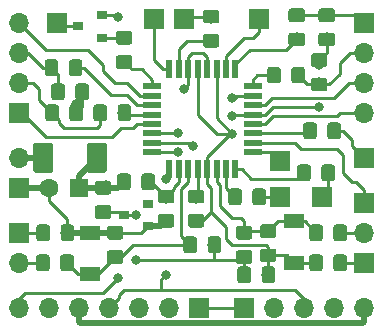
<source format=gtl>
G04 #@! TF.GenerationSoftware,KiCad,Pcbnew,5.0.2+dfsg1-1*
G04 #@! TF.CreationDate,2019-11-26T12:32:40+03:00*
G04 #@! TF.ProjectId,clmt,636c6d74-2e6b-4696-9361-645f70636258,rev?*
G04 #@! TF.SameCoordinates,Original*
G04 #@! TF.FileFunction,Copper,L1,Top*
G04 #@! TF.FilePolarity,Positive*
%FSLAX46Y46*%
G04 Gerber Fmt 4.6, Leading zero omitted, Abs format (unit mm)*
G04 Created by KiCad (PCBNEW 5.0.2+dfsg1-1) date Вт 26 ноя 2019 12:32:40*
%MOMM*%
%LPD*%
G01*
G04 APERTURE LIST*
G04 #@! TA.AperFunction,Conductor*
%ADD10C,0.100000*%
G04 #@! TD*
G04 #@! TA.AperFunction,SMDPad,CuDef*
%ADD11C,1.150000*%
G04 #@! TD*
G04 #@! TA.AperFunction,ComponentPad*
%ADD12C,1.600000*%
G04 #@! TD*
G04 #@! TA.AperFunction,ComponentPad*
%ADD13R,1.600000X1.600000*%
G04 #@! TD*
G04 #@! TA.AperFunction,ComponentPad*
%ADD14R,1.700000X1.700000*%
G04 #@! TD*
G04 #@! TA.AperFunction,ComponentPad*
%ADD15O,1.700000X1.700000*%
G04 #@! TD*
G04 #@! TA.AperFunction,SMDPad,CuDef*
%ADD16R,0.900000X0.800000*%
G04 #@! TD*
G04 #@! TA.AperFunction,SMDPad,CuDef*
%ADD17R,0.550000X1.600000*%
G04 #@! TD*
G04 #@! TA.AperFunction,SMDPad,CuDef*
%ADD18R,1.600000X0.550000*%
G04 #@! TD*
G04 #@! TA.AperFunction,SMDPad,CuDef*
%ADD19R,1.700000X1.300000*%
G04 #@! TD*
G04 #@! TA.AperFunction,SMDPad,CuDef*
%ADD20C,1.700000*%
G04 #@! TD*
G04 #@! TA.AperFunction,ViaPad*
%ADD21C,0.800000*%
G04 #@! TD*
G04 #@! TA.AperFunction,Conductor*
%ADD22C,0.250000*%
G04 #@! TD*
G04 #@! TA.AperFunction,Conductor*
%ADD23C,0.500000*%
G04 #@! TD*
G04 APERTURE END LIST*
D10*
G04 #@! TO.N,GND*
G04 #@! TO.C,C4*
G36*
X124680505Y-53020204D02*
X124704773Y-53023804D01*
X124728572Y-53029765D01*
X124751671Y-53038030D01*
X124773850Y-53048520D01*
X124794893Y-53061132D01*
X124814599Y-53075747D01*
X124832777Y-53092223D01*
X124849253Y-53110401D01*
X124863868Y-53130107D01*
X124876480Y-53151150D01*
X124886970Y-53173329D01*
X124895235Y-53196428D01*
X124901196Y-53220227D01*
X124904796Y-53244495D01*
X124906000Y-53268999D01*
X124906000Y-53919001D01*
X124904796Y-53943505D01*
X124901196Y-53967773D01*
X124895235Y-53991572D01*
X124886970Y-54014671D01*
X124876480Y-54036850D01*
X124863868Y-54057893D01*
X124849253Y-54077599D01*
X124832777Y-54095777D01*
X124814599Y-54112253D01*
X124794893Y-54126868D01*
X124773850Y-54139480D01*
X124751671Y-54149970D01*
X124728572Y-54158235D01*
X124704773Y-54164196D01*
X124680505Y-54167796D01*
X124656001Y-54169000D01*
X123755999Y-54169000D01*
X123731495Y-54167796D01*
X123707227Y-54164196D01*
X123683428Y-54158235D01*
X123660329Y-54149970D01*
X123638150Y-54139480D01*
X123617107Y-54126868D01*
X123597401Y-54112253D01*
X123579223Y-54095777D01*
X123562747Y-54077599D01*
X123548132Y-54057893D01*
X123535520Y-54036850D01*
X123525030Y-54014671D01*
X123516765Y-53991572D01*
X123510804Y-53967773D01*
X123507204Y-53943505D01*
X123506000Y-53919001D01*
X123506000Y-53268999D01*
X123507204Y-53244495D01*
X123510804Y-53220227D01*
X123516765Y-53196428D01*
X123525030Y-53173329D01*
X123535520Y-53151150D01*
X123548132Y-53130107D01*
X123562747Y-53110401D01*
X123579223Y-53092223D01*
X123597401Y-53075747D01*
X123617107Y-53061132D01*
X123638150Y-53048520D01*
X123660329Y-53038030D01*
X123683428Y-53029765D01*
X123707227Y-53023804D01*
X123731495Y-53020204D01*
X123755999Y-53019000D01*
X124656001Y-53019000D01*
X124680505Y-53020204D01*
X124680505Y-53020204D01*
G37*
D11*
G04 #@! TD*
G04 #@! TO.P,C4,2*
G04 #@! TO.N,GND*
X124206000Y-53594000D03*
D10*
G04 #@! TO.N,Net-(C4-Pad1)*
G04 #@! TO.C,C4*
G36*
X124680505Y-50970204D02*
X124704773Y-50973804D01*
X124728572Y-50979765D01*
X124751671Y-50988030D01*
X124773850Y-50998520D01*
X124794893Y-51011132D01*
X124814599Y-51025747D01*
X124832777Y-51042223D01*
X124849253Y-51060401D01*
X124863868Y-51080107D01*
X124876480Y-51101150D01*
X124886970Y-51123329D01*
X124895235Y-51146428D01*
X124901196Y-51170227D01*
X124904796Y-51194495D01*
X124906000Y-51218999D01*
X124906000Y-51869001D01*
X124904796Y-51893505D01*
X124901196Y-51917773D01*
X124895235Y-51941572D01*
X124886970Y-51964671D01*
X124876480Y-51986850D01*
X124863868Y-52007893D01*
X124849253Y-52027599D01*
X124832777Y-52045777D01*
X124814599Y-52062253D01*
X124794893Y-52076868D01*
X124773850Y-52089480D01*
X124751671Y-52099970D01*
X124728572Y-52108235D01*
X124704773Y-52114196D01*
X124680505Y-52117796D01*
X124656001Y-52119000D01*
X123755999Y-52119000D01*
X123731495Y-52117796D01*
X123707227Y-52114196D01*
X123683428Y-52108235D01*
X123660329Y-52099970D01*
X123638150Y-52089480D01*
X123617107Y-52076868D01*
X123597401Y-52062253D01*
X123579223Y-52045777D01*
X123562747Y-52027599D01*
X123548132Y-52007893D01*
X123535520Y-51986850D01*
X123525030Y-51964671D01*
X123516765Y-51941572D01*
X123510804Y-51917773D01*
X123507204Y-51893505D01*
X123506000Y-51869001D01*
X123506000Y-51218999D01*
X123507204Y-51194495D01*
X123510804Y-51170227D01*
X123516765Y-51146428D01*
X123525030Y-51123329D01*
X123535520Y-51101150D01*
X123548132Y-51080107D01*
X123562747Y-51060401D01*
X123579223Y-51042223D01*
X123597401Y-51025747D01*
X123617107Y-51011132D01*
X123638150Y-50998520D01*
X123660329Y-50988030D01*
X123683428Y-50979765D01*
X123707227Y-50973804D01*
X123731495Y-50970204D01*
X123755999Y-50969000D01*
X124656001Y-50969000D01*
X124680505Y-50970204D01*
X124680505Y-50970204D01*
G37*
D11*
G04 #@! TD*
G04 #@! TO.P,C4,1*
G04 #@! TO.N,Net-(C4-Pad1)*
X124206000Y-51544000D03*
D10*
G04 #@! TO.N,Net-(J11-Pad1)*
G04 #@! TO.C,R13*
G36*
X125950505Y-35730204D02*
X125974773Y-35733804D01*
X125998572Y-35739765D01*
X126021671Y-35748030D01*
X126043850Y-35758520D01*
X126064893Y-35771132D01*
X126084599Y-35785747D01*
X126102777Y-35802223D01*
X126119253Y-35820401D01*
X126133868Y-35840107D01*
X126146480Y-35861150D01*
X126156970Y-35883329D01*
X126165235Y-35906428D01*
X126171196Y-35930227D01*
X126174796Y-35954495D01*
X126176000Y-35978999D01*
X126176000Y-36629001D01*
X126174796Y-36653505D01*
X126171196Y-36677773D01*
X126165235Y-36701572D01*
X126156970Y-36724671D01*
X126146480Y-36746850D01*
X126133868Y-36767893D01*
X126119253Y-36787599D01*
X126102777Y-36805777D01*
X126084599Y-36822253D01*
X126064893Y-36836868D01*
X126043850Y-36849480D01*
X126021671Y-36859970D01*
X125998572Y-36868235D01*
X125974773Y-36874196D01*
X125950505Y-36877796D01*
X125926001Y-36879000D01*
X125025999Y-36879000D01*
X125001495Y-36877796D01*
X124977227Y-36874196D01*
X124953428Y-36868235D01*
X124930329Y-36859970D01*
X124908150Y-36849480D01*
X124887107Y-36836868D01*
X124867401Y-36822253D01*
X124849223Y-36805777D01*
X124832747Y-36787599D01*
X124818132Y-36767893D01*
X124805520Y-36746850D01*
X124795030Y-36724671D01*
X124786765Y-36701572D01*
X124780804Y-36677773D01*
X124777204Y-36653505D01*
X124776000Y-36629001D01*
X124776000Y-35978999D01*
X124777204Y-35954495D01*
X124780804Y-35930227D01*
X124786765Y-35906428D01*
X124795030Y-35883329D01*
X124805520Y-35861150D01*
X124818132Y-35840107D01*
X124832747Y-35820401D01*
X124849223Y-35802223D01*
X124867401Y-35785747D01*
X124887107Y-35771132D01*
X124908150Y-35758520D01*
X124930329Y-35748030D01*
X124953428Y-35739765D01*
X124977227Y-35733804D01*
X125001495Y-35730204D01*
X125025999Y-35729000D01*
X125926001Y-35729000D01*
X125950505Y-35730204D01*
X125950505Y-35730204D01*
G37*
D11*
G04 #@! TD*
G04 #@! TO.P,R13,1*
G04 #@! TO.N,Net-(J11-Pad1)*
X125476000Y-36304000D03*
D10*
G04 #@! TO.N,Net-(R13-Pad2)*
G04 #@! TO.C,R13*
G36*
X125950505Y-37780204D02*
X125974773Y-37783804D01*
X125998572Y-37789765D01*
X126021671Y-37798030D01*
X126043850Y-37808520D01*
X126064893Y-37821132D01*
X126084599Y-37835747D01*
X126102777Y-37852223D01*
X126119253Y-37870401D01*
X126133868Y-37890107D01*
X126146480Y-37911150D01*
X126156970Y-37933329D01*
X126165235Y-37956428D01*
X126171196Y-37980227D01*
X126174796Y-38004495D01*
X126176000Y-38028999D01*
X126176000Y-38679001D01*
X126174796Y-38703505D01*
X126171196Y-38727773D01*
X126165235Y-38751572D01*
X126156970Y-38774671D01*
X126146480Y-38796850D01*
X126133868Y-38817893D01*
X126119253Y-38837599D01*
X126102777Y-38855777D01*
X126084599Y-38872253D01*
X126064893Y-38886868D01*
X126043850Y-38899480D01*
X126021671Y-38909970D01*
X125998572Y-38918235D01*
X125974773Y-38924196D01*
X125950505Y-38927796D01*
X125926001Y-38929000D01*
X125025999Y-38929000D01*
X125001495Y-38927796D01*
X124977227Y-38924196D01*
X124953428Y-38918235D01*
X124930329Y-38909970D01*
X124908150Y-38899480D01*
X124887107Y-38886868D01*
X124867401Y-38872253D01*
X124849223Y-38855777D01*
X124832747Y-38837599D01*
X124818132Y-38817893D01*
X124805520Y-38796850D01*
X124795030Y-38774671D01*
X124786765Y-38751572D01*
X124780804Y-38727773D01*
X124777204Y-38703505D01*
X124776000Y-38679001D01*
X124776000Y-38028999D01*
X124777204Y-38004495D01*
X124780804Y-37980227D01*
X124786765Y-37956428D01*
X124795030Y-37933329D01*
X124805520Y-37911150D01*
X124818132Y-37890107D01*
X124832747Y-37870401D01*
X124849223Y-37852223D01*
X124867401Y-37835747D01*
X124887107Y-37821132D01*
X124908150Y-37808520D01*
X124930329Y-37798030D01*
X124953428Y-37789765D01*
X124977227Y-37783804D01*
X125001495Y-37780204D01*
X125025999Y-37779000D01*
X125926001Y-37779000D01*
X125950505Y-37780204D01*
X125950505Y-37780204D01*
G37*
D11*
G04 #@! TD*
G04 #@! TO.P,R13,2*
G04 #@! TO.N,Net-(R13-Pad2)*
X125476000Y-38354000D03*
D10*
G04 #@! TO.N,GND*
G04 #@! TO.C,C1*
G36*
X130669505Y-57467204D02*
X130693773Y-57470804D01*
X130717572Y-57476765D01*
X130740671Y-57485030D01*
X130762850Y-57495520D01*
X130783893Y-57508132D01*
X130803599Y-57522747D01*
X130821777Y-57539223D01*
X130838253Y-57557401D01*
X130852868Y-57577107D01*
X130865480Y-57598150D01*
X130875970Y-57620329D01*
X130884235Y-57643428D01*
X130890196Y-57667227D01*
X130893796Y-57691495D01*
X130895000Y-57715999D01*
X130895000Y-58616001D01*
X130893796Y-58640505D01*
X130890196Y-58664773D01*
X130884235Y-58688572D01*
X130875970Y-58711671D01*
X130865480Y-58733850D01*
X130852868Y-58754893D01*
X130838253Y-58774599D01*
X130821777Y-58792777D01*
X130803599Y-58809253D01*
X130783893Y-58823868D01*
X130762850Y-58836480D01*
X130740671Y-58846970D01*
X130717572Y-58855235D01*
X130693773Y-58861196D01*
X130669505Y-58864796D01*
X130645001Y-58866000D01*
X129994999Y-58866000D01*
X129970495Y-58864796D01*
X129946227Y-58861196D01*
X129922428Y-58855235D01*
X129899329Y-58846970D01*
X129877150Y-58836480D01*
X129856107Y-58823868D01*
X129836401Y-58809253D01*
X129818223Y-58792777D01*
X129801747Y-58774599D01*
X129787132Y-58754893D01*
X129774520Y-58733850D01*
X129764030Y-58711671D01*
X129755765Y-58688572D01*
X129749804Y-58664773D01*
X129746204Y-58640505D01*
X129745000Y-58616001D01*
X129745000Y-57715999D01*
X129746204Y-57691495D01*
X129749804Y-57667227D01*
X129755765Y-57643428D01*
X129764030Y-57620329D01*
X129774520Y-57598150D01*
X129787132Y-57577107D01*
X129801747Y-57557401D01*
X129818223Y-57539223D01*
X129836401Y-57522747D01*
X129856107Y-57508132D01*
X129877150Y-57495520D01*
X129899329Y-57485030D01*
X129922428Y-57476765D01*
X129946227Y-57470804D01*
X129970495Y-57467204D01*
X129994999Y-57466000D01*
X130645001Y-57466000D01*
X130669505Y-57467204D01*
X130669505Y-57467204D01*
G37*
D11*
G04 #@! TD*
G04 #@! TO.P,C1,1*
G04 #@! TO.N,GND*
X130320000Y-58166000D03*
D10*
G04 #@! TO.N,Net-(C1-Pad2)*
G04 #@! TO.C,C1*
G36*
X128619505Y-57467204D02*
X128643773Y-57470804D01*
X128667572Y-57476765D01*
X128690671Y-57485030D01*
X128712850Y-57495520D01*
X128733893Y-57508132D01*
X128753599Y-57522747D01*
X128771777Y-57539223D01*
X128788253Y-57557401D01*
X128802868Y-57577107D01*
X128815480Y-57598150D01*
X128825970Y-57620329D01*
X128834235Y-57643428D01*
X128840196Y-57667227D01*
X128843796Y-57691495D01*
X128845000Y-57715999D01*
X128845000Y-58616001D01*
X128843796Y-58640505D01*
X128840196Y-58664773D01*
X128834235Y-58688572D01*
X128825970Y-58711671D01*
X128815480Y-58733850D01*
X128802868Y-58754893D01*
X128788253Y-58774599D01*
X128771777Y-58792777D01*
X128753599Y-58809253D01*
X128733893Y-58823868D01*
X128712850Y-58836480D01*
X128690671Y-58846970D01*
X128667572Y-58855235D01*
X128643773Y-58861196D01*
X128619505Y-58864796D01*
X128595001Y-58866000D01*
X127944999Y-58866000D01*
X127920495Y-58864796D01*
X127896227Y-58861196D01*
X127872428Y-58855235D01*
X127849329Y-58846970D01*
X127827150Y-58836480D01*
X127806107Y-58823868D01*
X127786401Y-58809253D01*
X127768223Y-58792777D01*
X127751747Y-58774599D01*
X127737132Y-58754893D01*
X127724520Y-58733850D01*
X127714030Y-58711671D01*
X127705765Y-58688572D01*
X127699804Y-58664773D01*
X127696204Y-58640505D01*
X127695000Y-58616001D01*
X127695000Y-57715999D01*
X127696204Y-57691495D01*
X127699804Y-57667227D01*
X127705765Y-57643428D01*
X127714030Y-57620329D01*
X127724520Y-57598150D01*
X127737132Y-57577107D01*
X127751747Y-57557401D01*
X127768223Y-57539223D01*
X127786401Y-57522747D01*
X127806107Y-57508132D01*
X127827150Y-57495520D01*
X127849329Y-57485030D01*
X127872428Y-57476765D01*
X127896227Y-57470804D01*
X127920495Y-57467204D01*
X127944999Y-57466000D01*
X128595001Y-57466000D01*
X128619505Y-57467204D01*
X128619505Y-57467204D01*
G37*
D11*
G04 #@! TD*
G04 #@! TO.P,C1,2*
G04 #@! TO.N,Net-(C1-Pad2)*
X128270000Y-58166000D03*
D12*
G04 #@! TO.P,C3,2*
G04 #@! TO.N,GND*
X111760000Y-50800000D03*
D13*
G04 #@! TO.P,C3,1*
G04 #@! TO.N,VCC*
X114260000Y-50800000D03*
G04 #@! TD*
D10*
G04 #@! TO.N,GND*
G04 #@! TO.C,C5*
G36*
X117822505Y-54036204D02*
X117846773Y-54039804D01*
X117870572Y-54045765D01*
X117893671Y-54054030D01*
X117915850Y-54064520D01*
X117936893Y-54077132D01*
X117956599Y-54091747D01*
X117974777Y-54108223D01*
X117991253Y-54126401D01*
X118005868Y-54146107D01*
X118018480Y-54167150D01*
X118028970Y-54189329D01*
X118037235Y-54212428D01*
X118043196Y-54236227D01*
X118046796Y-54260495D01*
X118048000Y-54284999D01*
X118048000Y-54935001D01*
X118046796Y-54959505D01*
X118043196Y-54983773D01*
X118037235Y-55007572D01*
X118028970Y-55030671D01*
X118018480Y-55052850D01*
X118005868Y-55073893D01*
X117991253Y-55093599D01*
X117974777Y-55111777D01*
X117956599Y-55128253D01*
X117936893Y-55142868D01*
X117915850Y-55155480D01*
X117893671Y-55165970D01*
X117870572Y-55174235D01*
X117846773Y-55180196D01*
X117822505Y-55183796D01*
X117798001Y-55185000D01*
X116897999Y-55185000D01*
X116873495Y-55183796D01*
X116849227Y-55180196D01*
X116825428Y-55174235D01*
X116802329Y-55165970D01*
X116780150Y-55155480D01*
X116759107Y-55142868D01*
X116739401Y-55128253D01*
X116721223Y-55111777D01*
X116704747Y-55093599D01*
X116690132Y-55073893D01*
X116677520Y-55052850D01*
X116667030Y-55030671D01*
X116658765Y-55007572D01*
X116652804Y-54983773D01*
X116649204Y-54959505D01*
X116648000Y-54935001D01*
X116648000Y-54284999D01*
X116649204Y-54260495D01*
X116652804Y-54236227D01*
X116658765Y-54212428D01*
X116667030Y-54189329D01*
X116677520Y-54167150D01*
X116690132Y-54146107D01*
X116704747Y-54126401D01*
X116721223Y-54108223D01*
X116739401Y-54091747D01*
X116759107Y-54077132D01*
X116780150Y-54064520D01*
X116802329Y-54054030D01*
X116825428Y-54045765D01*
X116849227Y-54039804D01*
X116873495Y-54036204D01*
X116897999Y-54035000D01*
X117798001Y-54035000D01*
X117822505Y-54036204D01*
X117822505Y-54036204D01*
G37*
D11*
G04 #@! TD*
G04 #@! TO.P,C5,2*
G04 #@! TO.N,GND*
X117348000Y-54610000D03*
D10*
G04 #@! TO.N,Net-(C5-Pad1)*
G04 #@! TO.C,C5*
G36*
X117822505Y-56086204D02*
X117846773Y-56089804D01*
X117870572Y-56095765D01*
X117893671Y-56104030D01*
X117915850Y-56114520D01*
X117936893Y-56127132D01*
X117956599Y-56141747D01*
X117974777Y-56158223D01*
X117991253Y-56176401D01*
X118005868Y-56196107D01*
X118018480Y-56217150D01*
X118028970Y-56239329D01*
X118037235Y-56262428D01*
X118043196Y-56286227D01*
X118046796Y-56310495D01*
X118048000Y-56334999D01*
X118048000Y-56985001D01*
X118046796Y-57009505D01*
X118043196Y-57033773D01*
X118037235Y-57057572D01*
X118028970Y-57080671D01*
X118018480Y-57102850D01*
X118005868Y-57123893D01*
X117991253Y-57143599D01*
X117974777Y-57161777D01*
X117956599Y-57178253D01*
X117936893Y-57192868D01*
X117915850Y-57205480D01*
X117893671Y-57215970D01*
X117870572Y-57224235D01*
X117846773Y-57230196D01*
X117822505Y-57233796D01*
X117798001Y-57235000D01*
X116897999Y-57235000D01*
X116873495Y-57233796D01*
X116849227Y-57230196D01*
X116825428Y-57224235D01*
X116802329Y-57215970D01*
X116780150Y-57205480D01*
X116759107Y-57192868D01*
X116739401Y-57178253D01*
X116721223Y-57161777D01*
X116704747Y-57143599D01*
X116690132Y-57123893D01*
X116677520Y-57102850D01*
X116667030Y-57080671D01*
X116658765Y-57057572D01*
X116652804Y-57033773D01*
X116649204Y-57009505D01*
X116648000Y-56985001D01*
X116648000Y-56334999D01*
X116649204Y-56310495D01*
X116652804Y-56286227D01*
X116658765Y-56262428D01*
X116667030Y-56239329D01*
X116677520Y-56217150D01*
X116690132Y-56196107D01*
X116704747Y-56176401D01*
X116721223Y-56158223D01*
X116739401Y-56141747D01*
X116759107Y-56127132D01*
X116780150Y-56114520D01*
X116802329Y-56104030D01*
X116825428Y-56095765D01*
X116849227Y-56089804D01*
X116873495Y-56086204D01*
X116897999Y-56085000D01*
X117798001Y-56085000D01*
X117822505Y-56086204D01*
X117822505Y-56086204D01*
G37*
D11*
G04 #@! TD*
G04 #@! TO.P,C5,1*
G04 #@! TO.N,Net-(C5-Pad1)*
X117348000Y-56660000D03*
D10*
G04 #@! TO.N,Net-(C6-Pad1)*
G04 #@! TO.C,C6*
G36*
X130776505Y-53901204D02*
X130800773Y-53904804D01*
X130824572Y-53910765D01*
X130847671Y-53919030D01*
X130869850Y-53929520D01*
X130890893Y-53942132D01*
X130910599Y-53956747D01*
X130928777Y-53973223D01*
X130945253Y-53991401D01*
X130959868Y-54011107D01*
X130972480Y-54032150D01*
X130982970Y-54054329D01*
X130991235Y-54077428D01*
X130997196Y-54101227D01*
X131000796Y-54125495D01*
X131002000Y-54149999D01*
X131002000Y-54800001D01*
X131000796Y-54824505D01*
X130997196Y-54848773D01*
X130991235Y-54872572D01*
X130982970Y-54895671D01*
X130972480Y-54917850D01*
X130959868Y-54938893D01*
X130945253Y-54958599D01*
X130928777Y-54976777D01*
X130910599Y-54993253D01*
X130890893Y-55007868D01*
X130869850Y-55020480D01*
X130847671Y-55030970D01*
X130824572Y-55039235D01*
X130800773Y-55045196D01*
X130776505Y-55048796D01*
X130752001Y-55050000D01*
X129851999Y-55050000D01*
X129827495Y-55048796D01*
X129803227Y-55045196D01*
X129779428Y-55039235D01*
X129756329Y-55030970D01*
X129734150Y-55020480D01*
X129713107Y-55007868D01*
X129693401Y-54993253D01*
X129675223Y-54976777D01*
X129658747Y-54958599D01*
X129644132Y-54938893D01*
X129631520Y-54917850D01*
X129621030Y-54895671D01*
X129612765Y-54872572D01*
X129606804Y-54848773D01*
X129603204Y-54824505D01*
X129602000Y-54800001D01*
X129602000Y-54149999D01*
X129603204Y-54125495D01*
X129606804Y-54101227D01*
X129612765Y-54077428D01*
X129621030Y-54054329D01*
X129631520Y-54032150D01*
X129644132Y-54011107D01*
X129658747Y-53991401D01*
X129675223Y-53973223D01*
X129693401Y-53956747D01*
X129713107Y-53942132D01*
X129734150Y-53929520D01*
X129756329Y-53919030D01*
X129779428Y-53910765D01*
X129803227Y-53904804D01*
X129827495Y-53901204D01*
X129851999Y-53900000D01*
X130752001Y-53900000D01*
X130776505Y-53901204D01*
X130776505Y-53901204D01*
G37*
D11*
G04 #@! TD*
G04 #@! TO.P,C6,1*
G04 #@! TO.N,Net-(C6-Pad1)*
X130302000Y-54475000D03*
D10*
G04 #@! TO.N,GND*
G04 #@! TO.C,C6*
G36*
X130776505Y-55951204D02*
X130800773Y-55954804D01*
X130824572Y-55960765D01*
X130847671Y-55969030D01*
X130869850Y-55979520D01*
X130890893Y-55992132D01*
X130910599Y-56006747D01*
X130928777Y-56023223D01*
X130945253Y-56041401D01*
X130959868Y-56061107D01*
X130972480Y-56082150D01*
X130982970Y-56104329D01*
X130991235Y-56127428D01*
X130997196Y-56151227D01*
X131000796Y-56175495D01*
X131002000Y-56199999D01*
X131002000Y-56850001D01*
X131000796Y-56874505D01*
X130997196Y-56898773D01*
X130991235Y-56922572D01*
X130982970Y-56945671D01*
X130972480Y-56967850D01*
X130959868Y-56988893D01*
X130945253Y-57008599D01*
X130928777Y-57026777D01*
X130910599Y-57043253D01*
X130890893Y-57057868D01*
X130869850Y-57070480D01*
X130847671Y-57080970D01*
X130824572Y-57089235D01*
X130800773Y-57095196D01*
X130776505Y-57098796D01*
X130752001Y-57100000D01*
X129851999Y-57100000D01*
X129827495Y-57098796D01*
X129803227Y-57095196D01*
X129779428Y-57089235D01*
X129756329Y-57080970D01*
X129734150Y-57070480D01*
X129713107Y-57057868D01*
X129693401Y-57043253D01*
X129675223Y-57026777D01*
X129658747Y-57008599D01*
X129644132Y-56988893D01*
X129631520Y-56967850D01*
X129621030Y-56945671D01*
X129612765Y-56922572D01*
X129606804Y-56898773D01*
X129603204Y-56874505D01*
X129602000Y-56850001D01*
X129602000Y-56199999D01*
X129603204Y-56175495D01*
X129606804Y-56151227D01*
X129612765Y-56127428D01*
X129621030Y-56104329D01*
X129631520Y-56082150D01*
X129644132Y-56061107D01*
X129658747Y-56041401D01*
X129675223Y-56023223D01*
X129693401Y-56006747D01*
X129713107Y-55992132D01*
X129734150Y-55979520D01*
X129756329Y-55969030D01*
X129779428Y-55960765D01*
X129803227Y-55954804D01*
X129827495Y-55951204D01*
X129851999Y-55950000D01*
X130752001Y-55950000D01*
X130776505Y-55951204D01*
X130776505Y-55951204D01*
G37*
D11*
G04 #@! TD*
G04 #@! TO.P,C6,2*
G04 #@! TO.N,GND*
X130302000Y-56525000D03*
D10*
G04 #@! TO.N,Net-(C7-Pad1)*
G04 #@! TO.C,C7*
G36*
X122140505Y-50970204D02*
X122164773Y-50973804D01*
X122188572Y-50979765D01*
X122211671Y-50988030D01*
X122233850Y-50998520D01*
X122254893Y-51011132D01*
X122274599Y-51025747D01*
X122292777Y-51042223D01*
X122309253Y-51060401D01*
X122323868Y-51080107D01*
X122336480Y-51101150D01*
X122346970Y-51123329D01*
X122355235Y-51146428D01*
X122361196Y-51170227D01*
X122364796Y-51194495D01*
X122366000Y-51218999D01*
X122366000Y-51869001D01*
X122364796Y-51893505D01*
X122361196Y-51917773D01*
X122355235Y-51941572D01*
X122346970Y-51964671D01*
X122336480Y-51986850D01*
X122323868Y-52007893D01*
X122309253Y-52027599D01*
X122292777Y-52045777D01*
X122274599Y-52062253D01*
X122254893Y-52076868D01*
X122233850Y-52089480D01*
X122211671Y-52099970D01*
X122188572Y-52108235D01*
X122164773Y-52114196D01*
X122140505Y-52117796D01*
X122116001Y-52119000D01*
X121215999Y-52119000D01*
X121191495Y-52117796D01*
X121167227Y-52114196D01*
X121143428Y-52108235D01*
X121120329Y-52099970D01*
X121098150Y-52089480D01*
X121077107Y-52076868D01*
X121057401Y-52062253D01*
X121039223Y-52045777D01*
X121022747Y-52027599D01*
X121008132Y-52007893D01*
X120995520Y-51986850D01*
X120985030Y-51964671D01*
X120976765Y-51941572D01*
X120970804Y-51917773D01*
X120967204Y-51893505D01*
X120966000Y-51869001D01*
X120966000Y-51218999D01*
X120967204Y-51194495D01*
X120970804Y-51170227D01*
X120976765Y-51146428D01*
X120985030Y-51123329D01*
X120995520Y-51101150D01*
X121008132Y-51080107D01*
X121022747Y-51060401D01*
X121039223Y-51042223D01*
X121057401Y-51025747D01*
X121077107Y-51011132D01*
X121098150Y-50998520D01*
X121120329Y-50988030D01*
X121143428Y-50979765D01*
X121167227Y-50973804D01*
X121191495Y-50970204D01*
X121215999Y-50969000D01*
X122116001Y-50969000D01*
X122140505Y-50970204D01*
X122140505Y-50970204D01*
G37*
D11*
G04 #@! TD*
G04 #@! TO.P,C7,1*
G04 #@! TO.N,Net-(C7-Pad1)*
X121666000Y-51544000D03*
D10*
G04 #@! TO.N,GND*
G04 #@! TO.C,C7*
G36*
X122140505Y-53020204D02*
X122164773Y-53023804D01*
X122188572Y-53029765D01*
X122211671Y-53038030D01*
X122233850Y-53048520D01*
X122254893Y-53061132D01*
X122274599Y-53075747D01*
X122292777Y-53092223D01*
X122309253Y-53110401D01*
X122323868Y-53130107D01*
X122336480Y-53151150D01*
X122346970Y-53173329D01*
X122355235Y-53196428D01*
X122361196Y-53220227D01*
X122364796Y-53244495D01*
X122366000Y-53268999D01*
X122366000Y-53919001D01*
X122364796Y-53943505D01*
X122361196Y-53967773D01*
X122355235Y-53991572D01*
X122346970Y-54014671D01*
X122336480Y-54036850D01*
X122323868Y-54057893D01*
X122309253Y-54077599D01*
X122292777Y-54095777D01*
X122274599Y-54112253D01*
X122254893Y-54126868D01*
X122233850Y-54139480D01*
X122211671Y-54149970D01*
X122188572Y-54158235D01*
X122164773Y-54164196D01*
X122140505Y-54167796D01*
X122116001Y-54169000D01*
X121215999Y-54169000D01*
X121191495Y-54167796D01*
X121167227Y-54164196D01*
X121143428Y-54158235D01*
X121120329Y-54149970D01*
X121098150Y-54139480D01*
X121077107Y-54126868D01*
X121057401Y-54112253D01*
X121039223Y-54095777D01*
X121022747Y-54077599D01*
X121008132Y-54057893D01*
X120995520Y-54036850D01*
X120985030Y-54014671D01*
X120976765Y-53991572D01*
X120970804Y-53967773D01*
X120967204Y-53943505D01*
X120966000Y-53919001D01*
X120966000Y-53268999D01*
X120967204Y-53244495D01*
X120970804Y-53220227D01*
X120976765Y-53196428D01*
X120985030Y-53173329D01*
X120995520Y-53151150D01*
X121008132Y-53130107D01*
X121022747Y-53110401D01*
X121039223Y-53092223D01*
X121057401Y-53075747D01*
X121077107Y-53061132D01*
X121098150Y-53048520D01*
X121120329Y-53038030D01*
X121143428Y-53029765D01*
X121167227Y-53023804D01*
X121191495Y-53020204D01*
X121215999Y-53019000D01*
X122116001Y-53019000D01*
X122140505Y-53020204D01*
X122140505Y-53020204D01*
G37*
D11*
G04 #@! TD*
G04 #@! TO.P,C7,2*
G04 #@! TO.N,GND*
X121666000Y-53594000D03*
D14*
G04 #@! TO.P,J1,1*
G04 #@! TO.N,Net-(J1-Pad1)*
X109220000Y-54610000D03*
D15*
G04 #@! TO.P,J1,2*
G04 #@! TO.N,Net-(J1-Pad2)*
X109220000Y-57150000D03*
G04 #@! TD*
D14*
G04 #@! TO.P,J2,1*
G04 #@! TO.N,Net-(J2-Pad1)*
X138430000Y-57150000D03*
D15*
G04 #@! TO.P,J2,2*
G04 #@! TO.N,Net-(J2-Pad2)*
X138430000Y-54610000D03*
G04 #@! TD*
G04 #@! TO.P,J3,2*
G04 #@! TO.N,Net-(D1-Pad2)*
X109220000Y-48260000D03*
D14*
G04 #@! TO.P,J3,1*
G04 #@! TO.N,GND*
X109220000Y-50800000D03*
G04 #@! TD*
G04 #@! TO.P,J5,1*
G04 #@! TO.N,Net-(J5-Pad1)*
X138430000Y-52070000D03*
G04 #@! TD*
G04 #@! TO.P,J6,1*
G04 #@! TO.N,Net-(J6-Pad1)*
X120650000Y-36500000D03*
G04 #@! TD*
G04 #@! TO.P,J7,1*
G04 #@! TO.N,Net-(J7-Pad1)*
X129540000Y-36500000D03*
G04 #@! TD*
G04 #@! TO.P,J8,1*
G04 #@! TO.N,Net-(J4-Pad1)*
X128270000Y-60960000D03*
D15*
G04 #@! TO.P,J8,2*
G04 #@! TO.N,Net-(J8-Pad2)*
X130810000Y-60960000D03*
G04 #@! TO.P,J8,3*
G04 #@! TO.N,Net-(J4-Pad4)*
X133350000Y-60960000D03*
G04 #@! TO.P,J8,4*
G04 #@! TO.N,GND*
X135890000Y-60960000D03*
G04 #@! TO.P,J8,5*
G04 #@! TO.N,VCC*
X138430000Y-60960000D03*
G04 #@! TD*
D14*
G04 #@! TO.P,J10,1*
G04 #@! TO.N,Net-(J10-Pad1)*
X138430000Y-36830000D03*
D15*
G04 #@! TO.P,J10,2*
G04 #@! TO.N,Net-(J10-Pad2)*
X138430000Y-39370000D03*
G04 #@! TO.P,J10,3*
G04 #@! TO.N,Net-(J10-Pad3)*
X138430000Y-41910000D03*
G04 #@! TO.P,J10,4*
G04 #@! TO.N,Net-(J10-Pad4)*
X138430000Y-44450000D03*
G04 #@! TD*
D14*
G04 #@! TO.P,J11,1*
G04 #@! TO.N,Net-(J11-Pad1)*
X123190000Y-36500000D03*
G04 #@! TD*
G04 #@! TO.P,J12,1*
G04 #@! TO.N,Net-(J12-Pad1)*
X138430000Y-48260000D03*
G04 #@! TD*
G04 #@! TO.P,J13,1*
G04 #@! TO.N,Net-(J13-Pad1)*
X112395000Y-36830000D03*
G04 #@! TD*
D15*
G04 #@! TO.P,J14,4*
G04 #@! TO.N,Net-(J14-Pad4)*
X109220000Y-36830000D03*
G04 #@! TO.P,J14,3*
G04 #@! TO.N,Net-(J14-Pad3)*
X109220000Y-39370000D03*
G04 #@! TO.P,J14,2*
G04 #@! TO.N,Net-(J14-Pad2)*
X109220000Y-41910000D03*
D14*
G04 #@! TO.P,J14,1*
G04 #@! TO.N,Net-(J14-Pad1)*
X109220000Y-44450000D03*
G04 #@! TD*
D10*
G04 #@! TO.N,VCC*
G04 #@! TO.C,L1*
G36*
X118441505Y-49593204D02*
X118465773Y-49596804D01*
X118489572Y-49602765D01*
X118512671Y-49611030D01*
X118534850Y-49621520D01*
X118555893Y-49634132D01*
X118575599Y-49648747D01*
X118593777Y-49665223D01*
X118610253Y-49683401D01*
X118624868Y-49703107D01*
X118637480Y-49724150D01*
X118647970Y-49746329D01*
X118656235Y-49769428D01*
X118662196Y-49793227D01*
X118665796Y-49817495D01*
X118667000Y-49841999D01*
X118667000Y-50742001D01*
X118665796Y-50766505D01*
X118662196Y-50790773D01*
X118656235Y-50814572D01*
X118647970Y-50837671D01*
X118637480Y-50859850D01*
X118624868Y-50880893D01*
X118610253Y-50900599D01*
X118593777Y-50918777D01*
X118575599Y-50935253D01*
X118555893Y-50949868D01*
X118534850Y-50962480D01*
X118512671Y-50972970D01*
X118489572Y-50981235D01*
X118465773Y-50987196D01*
X118441505Y-50990796D01*
X118417001Y-50992000D01*
X117766999Y-50992000D01*
X117742495Y-50990796D01*
X117718227Y-50987196D01*
X117694428Y-50981235D01*
X117671329Y-50972970D01*
X117649150Y-50962480D01*
X117628107Y-50949868D01*
X117608401Y-50935253D01*
X117590223Y-50918777D01*
X117573747Y-50900599D01*
X117559132Y-50880893D01*
X117546520Y-50859850D01*
X117536030Y-50837671D01*
X117527765Y-50814572D01*
X117521804Y-50790773D01*
X117518204Y-50766505D01*
X117517000Y-50742001D01*
X117517000Y-49841999D01*
X117518204Y-49817495D01*
X117521804Y-49793227D01*
X117527765Y-49769428D01*
X117536030Y-49746329D01*
X117546520Y-49724150D01*
X117559132Y-49703107D01*
X117573747Y-49683401D01*
X117590223Y-49665223D01*
X117608401Y-49648747D01*
X117628107Y-49634132D01*
X117649150Y-49621520D01*
X117671329Y-49611030D01*
X117694428Y-49602765D01*
X117718227Y-49596804D01*
X117742495Y-49593204D01*
X117766999Y-49592000D01*
X118417001Y-49592000D01*
X118441505Y-49593204D01*
X118441505Y-49593204D01*
G37*
D11*
G04 #@! TD*
G04 #@! TO.P,L1,1*
G04 #@! TO.N,VCC*
X118092000Y-50292000D03*
D10*
G04 #@! TO.N,Net-(C7-Pad1)*
G04 #@! TO.C,L1*
G36*
X120491505Y-49593204D02*
X120515773Y-49596804D01*
X120539572Y-49602765D01*
X120562671Y-49611030D01*
X120584850Y-49621520D01*
X120605893Y-49634132D01*
X120625599Y-49648747D01*
X120643777Y-49665223D01*
X120660253Y-49683401D01*
X120674868Y-49703107D01*
X120687480Y-49724150D01*
X120697970Y-49746329D01*
X120706235Y-49769428D01*
X120712196Y-49793227D01*
X120715796Y-49817495D01*
X120717000Y-49841999D01*
X120717000Y-50742001D01*
X120715796Y-50766505D01*
X120712196Y-50790773D01*
X120706235Y-50814572D01*
X120697970Y-50837671D01*
X120687480Y-50859850D01*
X120674868Y-50880893D01*
X120660253Y-50900599D01*
X120643777Y-50918777D01*
X120625599Y-50935253D01*
X120605893Y-50949868D01*
X120584850Y-50962480D01*
X120562671Y-50972970D01*
X120539572Y-50981235D01*
X120515773Y-50987196D01*
X120491505Y-50990796D01*
X120467001Y-50992000D01*
X119816999Y-50992000D01*
X119792495Y-50990796D01*
X119768227Y-50987196D01*
X119744428Y-50981235D01*
X119721329Y-50972970D01*
X119699150Y-50962480D01*
X119678107Y-50949868D01*
X119658401Y-50935253D01*
X119640223Y-50918777D01*
X119623747Y-50900599D01*
X119609132Y-50880893D01*
X119596520Y-50859850D01*
X119586030Y-50837671D01*
X119577765Y-50814572D01*
X119571804Y-50790773D01*
X119568204Y-50766505D01*
X119567000Y-50742001D01*
X119567000Y-49841999D01*
X119568204Y-49817495D01*
X119571804Y-49793227D01*
X119577765Y-49769428D01*
X119586030Y-49746329D01*
X119596520Y-49724150D01*
X119609132Y-49703107D01*
X119623747Y-49683401D01*
X119640223Y-49665223D01*
X119658401Y-49648747D01*
X119678107Y-49634132D01*
X119699150Y-49621520D01*
X119721329Y-49611030D01*
X119744428Y-49602765D01*
X119768227Y-49596804D01*
X119792495Y-49593204D01*
X119816999Y-49592000D01*
X120467001Y-49592000D01*
X120491505Y-49593204D01*
X120491505Y-49593204D01*
G37*
D11*
G04 #@! TD*
G04 #@! TO.P,L1,2*
G04 #@! TO.N,Net-(C7-Pad1)*
X120142000Y-50292000D03*
D16*
G04 #@! TO.P,Q1,1*
G04 #@! TO.N,Net-(Q1-Pad1)*
X116205000Y-38095000D03*
G04 #@! TO.P,Q1,2*
G04 #@! TO.N,GND*
X116205000Y-36195000D03*
G04 #@! TO.P,Q1,3*
G04 #@! TO.N,Net-(J13-Pad1)*
X114205000Y-37145000D03*
G04 #@! TD*
D10*
G04 #@! TO.N,Net-(J1-Pad2)*
G04 #@! TO.C,R1*
G36*
X111570505Y-56451204D02*
X111594773Y-56454804D01*
X111618572Y-56460765D01*
X111641671Y-56469030D01*
X111663850Y-56479520D01*
X111684893Y-56492132D01*
X111704599Y-56506747D01*
X111722777Y-56523223D01*
X111739253Y-56541401D01*
X111753868Y-56561107D01*
X111766480Y-56582150D01*
X111776970Y-56604329D01*
X111785235Y-56627428D01*
X111791196Y-56651227D01*
X111794796Y-56675495D01*
X111796000Y-56699999D01*
X111796000Y-57600001D01*
X111794796Y-57624505D01*
X111791196Y-57648773D01*
X111785235Y-57672572D01*
X111776970Y-57695671D01*
X111766480Y-57717850D01*
X111753868Y-57738893D01*
X111739253Y-57758599D01*
X111722777Y-57776777D01*
X111704599Y-57793253D01*
X111684893Y-57807868D01*
X111663850Y-57820480D01*
X111641671Y-57830970D01*
X111618572Y-57839235D01*
X111594773Y-57845196D01*
X111570505Y-57848796D01*
X111546001Y-57850000D01*
X110895999Y-57850000D01*
X110871495Y-57848796D01*
X110847227Y-57845196D01*
X110823428Y-57839235D01*
X110800329Y-57830970D01*
X110778150Y-57820480D01*
X110757107Y-57807868D01*
X110737401Y-57793253D01*
X110719223Y-57776777D01*
X110702747Y-57758599D01*
X110688132Y-57738893D01*
X110675520Y-57717850D01*
X110665030Y-57695671D01*
X110656765Y-57672572D01*
X110650804Y-57648773D01*
X110647204Y-57624505D01*
X110646000Y-57600001D01*
X110646000Y-56699999D01*
X110647204Y-56675495D01*
X110650804Y-56651227D01*
X110656765Y-56627428D01*
X110665030Y-56604329D01*
X110675520Y-56582150D01*
X110688132Y-56561107D01*
X110702747Y-56541401D01*
X110719223Y-56523223D01*
X110737401Y-56506747D01*
X110757107Y-56492132D01*
X110778150Y-56479520D01*
X110800329Y-56469030D01*
X110823428Y-56460765D01*
X110847227Y-56454804D01*
X110871495Y-56451204D01*
X110895999Y-56450000D01*
X111546001Y-56450000D01*
X111570505Y-56451204D01*
X111570505Y-56451204D01*
G37*
D11*
G04 #@! TD*
G04 #@! TO.P,R1,1*
G04 #@! TO.N,Net-(J1-Pad2)*
X111221000Y-57150000D03*
D10*
G04 #@! TO.N,Net-(C5-Pad1)*
G04 #@! TO.C,R1*
G36*
X113620505Y-56451204D02*
X113644773Y-56454804D01*
X113668572Y-56460765D01*
X113691671Y-56469030D01*
X113713850Y-56479520D01*
X113734893Y-56492132D01*
X113754599Y-56506747D01*
X113772777Y-56523223D01*
X113789253Y-56541401D01*
X113803868Y-56561107D01*
X113816480Y-56582150D01*
X113826970Y-56604329D01*
X113835235Y-56627428D01*
X113841196Y-56651227D01*
X113844796Y-56675495D01*
X113846000Y-56699999D01*
X113846000Y-57600001D01*
X113844796Y-57624505D01*
X113841196Y-57648773D01*
X113835235Y-57672572D01*
X113826970Y-57695671D01*
X113816480Y-57717850D01*
X113803868Y-57738893D01*
X113789253Y-57758599D01*
X113772777Y-57776777D01*
X113754599Y-57793253D01*
X113734893Y-57807868D01*
X113713850Y-57820480D01*
X113691671Y-57830970D01*
X113668572Y-57839235D01*
X113644773Y-57845196D01*
X113620505Y-57848796D01*
X113596001Y-57850000D01*
X112945999Y-57850000D01*
X112921495Y-57848796D01*
X112897227Y-57845196D01*
X112873428Y-57839235D01*
X112850329Y-57830970D01*
X112828150Y-57820480D01*
X112807107Y-57807868D01*
X112787401Y-57793253D01*
X112769223Y-57776777D01*
X112752747Y-57758599D01*
X112738132Y-57738893D01*
X112725520Y-57717850D01*
X112715030Y-57695671D01*
X112706765Y-57672572D01*
X112700804Y-57648773D01*
X112697204Y-57624505D01*
X112696000Y-57600001D01*
X112696000Y-56699999D01*
X112697204Y-56675495D01*
X112700804Y-56651227D01*
X112706765Y-56627428D01*
X112715030Y-56604329D01*
X112725520Y-56582150D01*
X112738132Y-56561107D01*
X112752747Y-56541401D01*
X112769223Y-56523223D01*
X112787401Y-56506747D01*
X112807107Y-56492132D01*
X112828150Y-56479520D01*
X112850329Y-56469030D01*
X112873428Y-56460765D01*
X112897227Y-56454804D01*
X112921495Y-56451204D01*
X112945999Y-56450000D01*
X113596001Y-56450000D01*
X113620505Y-56451204D01*
X113620505Y-56451204D01*
G37*
D11*
G04 #@! TD*
G04 #@! TO.P,R1,2*
G04 #@! TO.N,Net-(C5-Pad1)*
X113271000Y-57150000D03*
D10*
G04 #@! TO.N,GND*
G04 #@! TO.C,R2*
G36*
X113645505Y-53911204D02*
X113669773Y-53914804D01*
X113693572Y-53920765D01*
X113716671Y-53929030D01*
X113738850Y-53939520D01*
X113759893Y-53952132D01*
X113779599Y-53966747D01*
X113797777Y-53983223D01*
X113814253Y-54001401D01*
X113828868Y-54021107D01*
X113841480Y-54042150D01*
X113851970Y-54064329D01*
X113860235Y-54087428D01*
X113866196Y-54111227D01*
X113869796Y-54135495D01*
X113871000Y-54159999D01*
X113871000Y-55060001D01*
X113869796Y-55084505D01*
X113866196Y-55108773D01*
X113860235Y-55132572D01*
X113851970Y-55155671D01*
X113841480Y-55177850D01*
X113828868Y-55198893D01*
X113814253Y-55218599D01*
X113797777Y-55236777D01*
X113779599Y-55253253D01*
X113759893Y-55267868D01*
X113738850Y-55280480D01*
X113716671Y-55290970D01*
X113693572Y-55299235D01*
X113669773Y-55305196D01*
X113645505Y-55308796D01*
X113621001Y-55310000D01*
X112970999Y-55310000D01*
X112946495Y-55308796D01*
X112922227Y-55305196D01*
X112898428Y-55299235D01*
X112875329Y-55290970D01*
X112853150Y-55280480D01*
X112832107Y-55267868D01*
X112812401Y-55253253D01*
X112794223Y-55236777D01*
X112777747Y-55218599D01*
X112763132Y-55198893D01*
X112750520Y-55177850D01*
X112740030Y-55155671D01*
X112731765Y-55132572D01*
X112725804Y-55108773D01*
X112722204Y-55084505D01*
X112721000Y-55060001D01*
X112721000Y-54159999D01*
X112722204Y-54135495D01*
X112725804Y-54111227D01*
X112731765Y-54087428D01*
X112740030Y-54064329D01*
X112750520Y-54042150D01*
X112763132Y-54021107D01*
X112777747Y-54001401D01*
X112794223Y-53983223D01*
X112812401Y-53966747D01*
X112832107Y-53952132D01*
X112853150Y-53939520D01*
X112875329Y-53929030D01*
X112898428Y-53920765D01*
X112922227Y-53914804D01*
X112946495Y-53911204D01*
X112970999Y-53910000D01*
X113621001Y-53910000D01*
X113645505Y-53911204D01*
X113645505Y-53911204D01*
G37*
D11*
G04 #@! TD*
G04 #@! TO.P,R2,2*
G04 #@! TO.N,GND*
X113296000Y-54610000D03*
D10*
G04 #@! TO.N,Net-(J1-Pad1)*
G04 #@! TO.C,R2*
G36*
X111595505Y-53911204D02*
X111619773Y-53914804D01*
X111643572Y-53920765D01*
X111666671Y-53929030D01*
X111688850Y-53939520D01*
X111709893Y-53952132D01*
X111729599Y-53966747D01*
X111747777Y-53983223D01*
X111764253Y-54001401D01*
X111778868Y-54021107D01*
X111791480Y-54042150D01*
X111801970Y-54064329D01*
X111810235Y-54087428D01*
X111816196Y-54111227D01*
X111819796Y-54135495D01*
X111821000Y-54159999D01*
X111821000Y-55060001D01*
X111819796Y-55084505D01*
X111816196Y-55108773D01*
X111810235Y-55132572D01*
X111801970Y-55155671D01*
X111791480Y-55177850D01*
X111778868Y-55198893D01*
X111764253Y-55218599D01*
X111747777Y-55236777D01*
X111729599Y-55253253D01*
X111709893Y-55267868D01*
X111688850Y-55280480D01*
X111666671Y-55290970D01*
X111643572Y-55299235D01*
X111619773Y-55305196D01*
X111595505Y-55308796D01*
X111571001Y-55310000D01*
X110920999Y-55310000D01*
X110896495Y-55308796D01*
X110872227Y-55305196D01*
X110848428Y-55299235D01*
X110825329Y-55290970D01*
X110803150Y-55280480D01*
X110782107Y-55267868D01*
X110762401Y-55253253D01*
X110744223Y-55236777D01*
X110727747Y-55218599D01*
X110713132Y-55198893D01*
X110700520Y-55177850D01*
X110690030Y-55155671D01*
X110681765Y-55132572D01*
X110675804Y-55108773D01*
X110672204Y-55084505D01*
X110671000Y-55060001D01*
X110671000Y-54159999D01*
X110672204Y-54135495D01*
X110675804Y-54111227D01*
X110681765Y-54087428D01*
X110690030Y-54064329D01*
X110700520Y-54042150D01*
X110713132Y-54021107D01*
X110727747Y-54001401D01*
X110744223Y-53983223D01*
X110762401Y-53966747D01*
X110782107Y-53952132D01*
X110803150Y-53939520D01*
X110825329Y-53929030D01*
X110848428Y-53920765D01*
X110872227Y-53914804D01*
X110896495Y-53911204D01*
X110920999Y-53910000D01*
X111571001Y-53910000D01*
X111595505Y-53911204D01*
X111595505Y-53911204D01*
G37*
D11*
G04 #@! TD*
G04 #@! TO.P,R2,1*
G04 #@! TO.N,Net-(J1-Pad1)*
X111246000Y-54610000D03*
D10*
G04 #@! TO.N,Net-(C6-Pad1)*
G04 #@! TO.C,R3*
G36*
X134697505Y-53911204D02*
X134721773Y-53914804D01*
X134745572Y-53920765D01*
X134768671Y-53929030D01*
X134790850Y-53939520D01*
X134811893Y-53952132D01*
X134831599Y-53966747D01*
X134849777Y-53983223D01*
X134866253Y-54001401D01*
X134880868Y-54021107D01*
X134893480Y-54042150D01*
X134903970Y-54064329D01*
X134912235Y-54087428D01*
X134918196Y-54111227D01*
X134921796Y-54135495D01*
X134923000Y-54159999D01*
X134923000Y-55060001D01*
X134921796Y-55084505D01*
X134918196Y-55108773D01*
X134912235Y-55132572D01*
X134903970Y-55155671D01*
X134893480Y-55177850D01*
X134880868Y-55198893D01*
X134866253Y-55218599D01*
X134849777Y-55236777D01*
X134831599Y-55253253D01*
X134811893Y-55267868D01*
X134790850Y-55280480D01*
X134768671Y-55290970D01*
X134745572Y-55299235D01*
X134721773Y-55305196D01*
X134697505Y-55308796D01*
X134673001Y-55310000D01*
X134022999Y-55310000D01*
X133998495Y-55308796D01*
X133974227Y-55305196D01*
X133950428Y-55299235D01*
X133927329Y-55290970D01*
X133905150Y-55280480D01*
X133884107Y-55267868D01*
X133864401Y-55253253D01*
X133846223Y-55236777D01*
X133829747Y-55218599D01*
X133815132Y-55198893D01*
X133802520Y-55177850D01*
X133792030Y-55155671D01*
X133783765Y-55132572D01*
X133777804Y-55108773D01*
X133774204Y-55084505D01*
X133773000Y-55060001D01*
X133773000Y-54159999D01*
X133774204Y-54135495D01*
X133777804Y-54111227D01*
X133783765Y-54087428D01*
X133792030Y-54064329D01*
X133802520Y-54042150D01*
X133815132Y-54021107D01*
X133829747Y-54001401D01*
X133846223Y-53983223D01*
X133864401Y-53966747D01*
X133884107Y-53952132D01*
X133905150Y-53939520D01*
X133927329Y-53929030D01*
X133950428Y-53920765D01*
X133974227Y-53914804D01*
X133998495Y-53911204D01*
X134022999Y-53910000D01*
X134673001Y-53910000D01*
X134697505Y-53911204D01*
X134697505Y-53911204D01*
G37*
D11*
G04 #@! TD*
G04 #@! TO.P,R3,2*
G04 #@! TO.N,Net-(C6-Pad1)*
X134348000Y-54610000D03*
D10*
G04 #@! TO.N,Net-(J2-Pad2)*
G04 #@! TO.C,R3*
G36*
X136747505Y-53911204D02*
X136771773Y-53914804D01*
X136795572Y-53920765D01*
X136818671Y-53929030D01*
X136840850Y-53939520D01*
X136861893Y-53952132D01*
X136881599Y-53966747D01*
X136899777Y-53983223D01*
X136916253Y-54001401D01*
X136930868Y-54021107D01*
X136943480Y-54042150D01*
X136953970Y-54064329D01*
X136962235Y-54087428D01*
X136968196Y-54111227D01*
X136971796Y-54135495D01*
X136973000Y-54159999D01*
X136973000Y-55060001D01*
X136971796Y-55084505D01*
X136968196Y-55108773D01*
X136962235Y-55132572D01*
X136953970Y-55155671D01*
X136943480Y-55177850D01*
X136930868Y-55198893D01*
X136916253Y-55218599D01*
X136899777Y-55236777D01*
X136881599Y-55253253D01*
X136861893Y-55267868D01*
X136840850Y-55280480D01*
X136818671Y-55290970D01*
X136795572Y-55299235D01*
X136771773Y-55305196D01*
X136747505Y-55308796D01*
X136723001Y-55310000D01*
X136072999Y-55310000D01*
X136048495Y-55308796D01*
X136024227Y-55305196D01*
X136000428Y-55299235D01*
X135977329Y-55290970D01*
X135955150Y-55280480D01*
X135934107Y-55267868D01*
X135914401Y-55253253D01*
X135896223Y-55236777D01*
X135879747Y-55218599D01*
X135865132Y-55198893D01*
X135852520Y-55177850D01*
X135842030Y-55155671D01*
X135833765Y-55132572D01*
X135827804Y-55108773D01*
X135824204Y-55084505D01*
X135823000Y-55060001D01*
X135823000Y-54159999D01*
X135824204Y-54135495D01*
X135827804Y-54111227D01*
X135833765Y-54087428D01*
X135842030Y-54064329D01*
X135852520Y-54042150D01*
X135865132Y-54021107D01*
X135879747Y-54001401D01*
X135896223Y-53983223D01*
X135914401Y-53966747D01*
X135934107Y-53952132D01*
X135955150Y-53939520D01*
X135977329Y-53929030D01*
X136000428Y-53920765D01*
X136024227Y-53914804D01*
X136048495Y-53911204D01*
X136072999Y-53910000D01*
X136723001Y-53910000D01*
X136747505Y-53911204D01*
X136747505Y-53911204D01*
G37*
D11*
G04 #@! TD*
G04 #@! TO.P,R3,1*
G04 #@! TO.N,Net-(J2-Pad2)*
X136398000Y-54610000D03*
D10*
G04 #@! TO.N,GND*
G04 #@! TO.C,R4*
G36*
X134697505Y-56451204D02*
X134721773Y-56454804D01*
X134745572Y-56460765D01*
X134768671Y-56469030D01*
X134790850Y-56479520D01*
X134811893Y-56492132D01*
X134831599Y-56506747D01*
X134849777Y-56523223D01*
X134866253Y-56541401D01*
X134880868Y-56561107D01*
X134893480Y-56582150D01*
X134903970Y-56604329D01*
X134912235Y-56627428D01*
X134918196Y-56651227D01*
X134921796Y-56675495D01*
X134923000Y-56699999D01*
X134923000Y-57600001D01*
X134921796Y-57624505D01*
X134918196Y-57648773D01*
X134912235Y-57672572D01*
X134903970Y-57695671D01*
X134893480Y-57717850D01*
X134880868Y-57738893D01*
X134866253Y-57758599D01*
X134849777Y-57776777D01*
X134831599Y-57793253D01*
X134811893Y-57807868D01*
X134790850Y-57820480D01*
X134768671Y-57830970D01*
X134745572Y-57839235D01*
X134721773Y-57845196D01*
X134697505Y-57848796D01*
X134673001Y-57850000D01*
X134022999Y-57850000D01*
X133998495Y-57848796D01*
X133974227Y-57845196D01*
X133950428Y-57839235D01*
X133927329Y-57830970D01*
X133905150Y-57820480D01*
X133884107Y-57807868D01*
X133864401Y-57793253D01*
X133846223Y-57776777D01*
X133829747Y-57758599D01*
X133815132Y-57738893D01*
X133802520Y-57717850D01*
X133792030Y-57695671D01*
X133783765Y-57672572D01*
X133777804Y-57648773D01*
X133774204Y-57624505D01*
X133773000Y-57600001D01*
X133773000Y-56699999D01*
X133774204Y-56675495D01*
X133777804Y-56651227D01*
X133783765Y-56627428D01*
X133792030Y-56604329D01*
X133802520Y-56582150D01*
X133815132Y-56561107D01*
X133829747Y-56541401D01*
X133846223Y-56523223D01*
X133864401Y-56506747D01*
X133884107Y-56492132D01*
X133905150Y-56479520D01*
X133927329Y-56469030D01*
X133950428Y-56460765D01*
X133974227Y-56454804D01*
X133998495Y-56451204D01*
X134022999Y-56450000D01*
X134673001Y-56450000D01*
X134697505Y-56451204D01*
X134697505Y-56451204D01*
G37*
D11*
G04 #@! TD*
G04 #@! TO.P,R4,2*
G04 #@! TO.N,GND*
X134348000Y-57150000D03*
D10*
G04 #@! TO.N,Net-(J2-Pad1)*
G04 #@! TO.C,R4*
G36*
X136747505Y-56451204D02*
X136771773Y-56454804D01*
X136795572Y-56460765D01*
X136818671Y-56469030D01*
X136840850Y-56479520D01*
X136861893Y-56492132D01*
X136881599Y-56506747D01*
X136899777Y-56523223D01*
X136916253Y-56541401D01*
X136930868Y-56561107D01*
X136943480Y-56582150D01*
X136953970Y-56604329D01*
X136962235Y-56627428D01*
X136968196Y-56651227D01*
X136971796Y-56675495D01*
X136973000Y-56699999D01*
X136973000Y-57600001D01*
X136971796Y-57624505D01*
X136968196Y-57648773D01*
X136962235Y-57672572D01*
X136953970Y-57695671D01*
X136943480Y-57717850D01*
X136930868Y-57738893D01*
X136916253Y-57758599D01*
X136899777Y-57776777D01*
X136881599Y-57793253D01*
X136861893Y-57807868D01*
X136840850Y-57820480D01*
X136818671Y-57830970D01*
X136795572Y-57839235D01*
X136771773Y-57845196D01*
X136747505Y-57848796D01*
X136723001Y-57850000D01*
X136072999Y-57850000D01*
X136048495Y-57848796D01*
X136024227Y-57845196D01*
X136000428Y-57839235D01*
X135977329Y-57830970D01*
X135955150Y-57820480D01*
X135934107Y-57807868D01*
X135914401Y-57793253D01*
X135896223Y-57776777D01*
X135879747Y-57758599D01*
X135865132Y-57738893D01*
X135852520Y-57717850D01*
X135842030Y-57695671D01*
X135833765Y-57672572D01*
X135827804Y-57648773D01*
X135824204Y-57624505D01*
X135823000Y-57600001D01*
X135823000Y-56699999D01*
X135824204Y-56675495D01*
X135827804Y-56651227D01*
X135833765Y-56627428D01*
X135842030Y-56604329D01*
X135852520Y-56582150D01*
X135865132Y-56561107D01*
X135879747Y-56541401D01*
X135896223Y-56523223D01*
X135914401Y-56506747D01*
X135934107Y-56492132D01*
X135955150Y-56479520D01*
X135977329Y-56469030D01*
X136000428Y-56460765D01*
X136024227Y-56454804D01*
X136048495Y-56451204D01*
X136072999Y-56450000D01*
X136723001Y-56450000D01*
X136747505Y-56451204D01*
X136747505Y-56451204D01*
G37*
D11*
G04 #@! TD*
G04 #@! TO.P,R4,1*
G04 #@! TO.N,Net-(J2-Pad1)*
X136398000Y-57150000D03*
D10*
G04 #@! TO.N,Net-(C1-Pad2)*
G04 #@! TO.C,R5*
G36*
X128744505Y-56086204D02*
X128768773Y-56089804D01*
X128792572Y-56095765D01*
X128815671Y-56104030D01*
X128837850Y-56114520D01*
X128858893Y-56127132D01*
X128878599Y-56141747D01*
X128896777Y-56158223D01*
X128913253Y-56176401D01*
X128927868Y-56196107D01*
X128940480Y-56217150D01*
X128950970Y-56239329D01*
X128959235Y-56262428D01*
X128965196Y-56286227D01*
X128968796Y-56310495D01*
X128970000Y-56334999D01*
X128970000Y-56985001D01*
X128968796Y-57009505D01*
X128965196Y-57033773D01*
X128959235Y-57057572D01*
X128950970Y-57080671D01*
X128940480Y-57102850D01*
X128927868Y-57123893D01*
X128913253Y-57143599D01*
X128896777Y-57161777D01*
X128878599Y-57178253D01*
X128858893Y-57192868D01*
X128837850Y-57205480D01*
X128815671Y-57215970D01*
X128792572Y-57224235D01*
X128768773Y-57230196D01*
X128744505Y-57233796D01*
X128720001Y-57235000D01*
X127819999Y-57235000D01*
X127795495Y-57233796D01*
X127771227Y-57230196D01*
X127747428Y-57224235D01*
X127724329Y-57215970D01*
X127702150Y-57205480D01*
X127681107Y-57192868D01*
X127661401Y-57178253D01*
X127643223Y-57161777D01*
X127626747Y-57143599D01*
X127612132Y-57123893D01*
X127599520Y-57102850D01*
X127589030Y-57080671D01*
X127580765Y-57057572D01*
X127574804Y-57033773D01*
X127571204Y-57009505D01*
X127570000Y-56985001D01*
X127570000Y-56334999D01*
X127571204Y-56310495D01*
X127574804Y-56286227D01*
X127580765Y-56262428D01*
X127589030Y-56239329D01*
X127599520Y-56217150D01*
X127612132Y-56196107D01*
X127626747Y-56176401D01*
X127643223Y-56158223D01*
X127661401Y-56141747D01*
X127681107Y-56127132D01*
X127702150Y-56114520D01*
X127724329Y-56104030D01*
X127747428Y-56095765D01*
X127771227Y-56089804D01*
X127795495Y-56086204D01*
X127819999Y-56085000D01*
X128720001Y-56085000D01*
X128744505Y-56086204D01*
X128744505Y-56086204D01*
G37*
D11*
G04 #@! TD*
G04 #@! TO.P,R5,1*
G04 #@! TO.N,Net-(C1-Pad2)*
X128270000Y-56660000D03*
D10*
G04 #@! TO.N,Net-(C6-Pad1)*
G04 #@! TO.C,R5*
G36*
X128744505Y-54036204D02*
X128768773Y-54039804D01*
X128792572Y-54045765D01*
X128815671Y-54054030D01*
X128837850Y-54064520D01*
X128858893Y-54077132D01*
X128878599Y-54091747D01*
X128896777Y-54108223D01*
X128913253Y-54126401D01*
X128927868Y-54146107D01*
X128940480Y-54167150D01*
X128950970Y-54189329D01*
X128959235Y-54212428D01*
X128965196Y-54236227D01*
X128968796Y-54260495D01*
X128970000Y-54284999D01*
X128970000Y-54935001D01*
X128968796Y-54959505D01*
X128965196Y-54983773D01*
X128959235Y-55007572D01*
X128950970Y-55030671D01*
X128940480Y-55052850D01*
X128927868Y-55073893D01*
X128913253Y-55093599D01*
X128896777Y-55111777D01*
X128878599Y-55128253D01*
X128858893Y-55142868D01*
X128837850Y-55155480D01*
X128815671Y-55165970D01*
X128792572Y-55174235D01*
X128768773Y-55180196D01*
X128744505Y-55183796D01*
X128720001Y-55185000D01*
X127819999Y-55185000D01*
X127795495Y-55183796D01*
X127771227Y-55180196D01*
X127747428Y-55174235D01*
X127724329Y-55165970D01*
X127702150Y-55155480D01*
X127681107Y-55142868D01*
X127661401Y-55128253D01*
X127643223Y-55111777D01*
X127626747Y-55093599D01*
X127612132Y-55073893D01*
X127599520Y-55052850D01*
X127589030Y-55030671D01*
X127580765Y-55007572D01*
X127574804Y-54983773D01*
X127571204Y-54959505D01*
X127570000Y-54935001D01*
X127570000Y-54284999D01*
X127571204Y-54260495D01*
X127574804Y-54236227D01*
X127580765Y-54212428D01*
X127589030Y-54189329D01*
X127599520Y-54167150D01*
X127612132Y-54146107D01*
X127626747Y-54126401D01*
X127643223Y-54108223D01*
X127661401Y-54091747D01*
X127681107Y-54077132D01*
X127702150Y-54064520D01*
X127724329Y-54054030D01*
X127747428Y-54045765D01*
X127771227Y-54039804D01*
X127795495Y-54036204D01*
X127819999Y-54035000D01*
X128720001Y-54035000D01*
X128744505Y-54036204D01*
X128744505Y-54036204D01*
G37*
D11*
G04 #@! TD*
G04 #@! TO.P,R5,2*
G04 #@! TO.N,Net-(C6-Pad1)*
X128270000Y-54610000D03*
D10*
G04 #@! TO.N,Net-(C5-Pad1)*
G04 #@! TO.C,R6*
G36*
X124047505Y-54927204D02*
X124071773Y-54930804D01*
X124095572Y-54936765D01*
X124118671Y-54945030D01*
X124140850Y-54955520D01*
X124161893Y-54968132D01*
X124181599Y-54982747D01*
X124199777Y-54999223D01*
X124216253Y-55017401D01*
X124230868Y-55037107D01*
X124243480Y-55058150D01*
X124253970Y-55080329D01*
X124262235Y-55103428D01*
X124268196Y-55127227D01*
X124271796Y-55151495D01*
X124273000Y-55175999D01*
X124273000Y-56076001D01*
X124271796Y-56100505D01*
X124268196Y-56124773D01*
X124262235Y-56148572D01*
X124253970Y-56171671D01*
X124243480Y-56193850D01*
X124230868Y-56214893D01*
X124216253Y-56234599D01*
X124199777Y-56252777D01*
X124181599Y-56269253D01*
X124161893Y-56283868D01*
X124140850Y-56296480D01*
X124118671Y-56306970D01*
X124095572Y-56315235D01*
X124071773Y-56321196D01*
X124047505Y-56324796D01*
X124023001Y-56326000D01*
X123372999Y-56326000D01*
X123348495Y-56324796D01*
X123324227Y-56321196D01*
X123300428Y-56315235D01*
X123277329Y-56306970D01*
X123255150Y-56296480D01*
X123234107Y-56283868D01*
X123214401Y-56269253D01*
X123196223Y-56252777D01*
X123179747Y-56234599D01*
X123165132Y-56214893D01*
X123152520Y-56193850D01*
X123142030Y-56171671D01*
X123133765Y-56148572D01*
X123127804Y-56124773D01*
X123124204Y-56100505D01*
X123123000Y-56076001D01*
X123123000Y-55175999D01*
X123124204Y-55151495D01*
X123127804Y-55127227D01*
X123133765Y-55103428D01*
X123142030Y-55080329D01*
X123152520Y-55058150D01*
X123165132Y-55037107D01*
X123179747Y-55017401D01*
X123196223Y-54999223D01*
X123214401Y-54982747D01*
X123234107Y-54968132D01*
X123255150Y-54955520D01*
X123277329Y-54945030D01*
X123300428Y-54936765D01*
X123324227Y-54930804D01*
X123348495Y-54927204D01*
X123372999Y-54926000D01*
X124023001Y-54926000D01*
X124047505Y-54927204D01*
X124047505Y-54927204D01*
G37*
D11*
G04 #@! TD*
G04 #@! TO.P,R6,2*
G04 #@! TO.N,Net-(C5-Pad1)*
X123698000Y-55626000D03*
D10*
G04 #@! TO.N,Net-(C1-Pad2)*
G04 #@! TO.C,R6*
G36*
X126097505Y-54927204D02*
X126121773Y-54930804D01*
X126145572Y-54936765D01*
X126168671Y-54945030D01*
X126190850Y-54955520D01*
X126211893Y-54968132D01*
X126231599Y-54982747D01*
X126249777Y-54999223D01*
X126266253Y-55017401D01*
X126280868Y-55037107D01*
X126293480Y-55058150D01*
X126303970Y-55080329D01*
X126312235Y-55103428D01*
X126318196Y-55127227D01*
X126321796Y-55151495D01*
X126323000Y-55175999D01*
X126323000Y-56076001D01*
X126321796Y-56100505D01*
X126318196Y-56124773D01*
X126312235Y-56148572D01*
X126303970Y-56171671D01*
X126293480Y-56193850D01*
X126280868Y-56214893D01*
X126266253Y-56234599D01*
X126249777Y-56252777D01*
X126231599Y-56269253D01*
X126211893Y-56283868D01*
X126190850Y-56296480D01*
X126168671Y-56306970D01*
X126145572Y-56315235D01*
X126121773Y-56321196D01*
X126097505Y-56324796D01*
X126073001Y-56326000D01*
X125422999Y-56326000D01*
X125398495Y-56324796D01*
X125374227Y-56321196D01*
X125350428Y-56315235D01*
X125327329Y-56306970D01*
X125305150Y-56296480D01*
X125284107Y-56283868D01*
X125264401Y-56269253D01*
X125246223Y-56252777D01*
X125229747Y-56234599D01*
X125215132Y-56214893D01*
X125202520Y-56193850D01*
X125192030Y-56171671D01*
X125183765Y-56148572D01*
X125177804Y-56124773D01*
X125174204Y-56100505D01*
X125173000Y-56076001D01*
X125173000Y-55175999D01*
X125174204Y-55151495D01*
X125177804Y-55127227D01*
X125183765Y-55103428D01*
X125192030Y-55080329D01*
X125202520Y-55058150D01*
X125215132Y-55037107D01*
X125229747Y-55017401D01*
X125246223Y-54999223D01*
X125264401Y-54982747D01*
X125284107Y-54968132D01*
X125305150Y-54955520D01*
X125327329Y-54945030D01*
X125350428Y-54936765D01*
X125374227Y-54930804D01*
X125398495Y-54927204D01*
X125422999Y-54926000D01*
X126073001Y-54926000D01*
X126097505Y-54927204D01*
X126097505Y-54927204D01*
G37*
D11*
G04 #@! TD*
G04 #@! TO.P,R6,1*
G04 #@! TO.N,Net-(C1-Pad2)*
X125748000Y-55626000D03*
D10*
G04 #@! TO.N,Net-(R8-Pad2)*
G04 #@! TO.C,R8*
G36*
X131141505Y-40576204D02*
X131165773Y-40579804D01*
X131189572Y-40585765D01*
X131212671Y-40594030D01*
X131234850Y-40604520D01*
X131255893Y-40617132D01*
X131275599Y-40631747D01*
X131293777Y-40648223D01*
X131310253Y-40666401D01*
X131324868Y-40686107D01*
X131337480Y-40707150D01*
X131347970Y-40729329D01*
X131356235Y-40752428D01*
X131362196Y-40776227D01*
X131365796Y-40800495D01*
X131367000Y-40824999D01*
X131367000Y-41725001D01*
X131365796Y-41749505D01*
X131362196Y-41773773D01*
X131356235Y-41797572D01*
X131347970Y-41820671D01*
X131337480Y-41842850D01*
X131324868Y-41863893D01*
X131310253Y-41883599D01*
X131293777Y-41901777D01*
X131275599Y-41918253D01*
X131255893Y-41932868D01*
X131234850Y-41945480D01*
X131212671Y-41955970D01*
X131189572Y-41964235D01*
X131165773Y-41970196D01*
X131141505Y-41973796D01*
X131117001Y-41975000D01*
X130466999Y-41975000D01*
X130442495Y-41973796D01*
X130418227Y-41970196D01*
X130394428Y-41964235D01*
X130371329Y-41955970D01*
X130349150Y-41945480D01*
X130328107Y-41932868D01*
X130308401Y-41918253D01*
X130290223Y-41901777D01*
X130273747Y-41883599D01*
X130259132Y-41863893D01*
X130246520Y-41842850D01*
X130236030Y-41820671D01*
X130227765Y-41797572D01*
X130221804Y-41773773D01*
X130218204Y-41749505D01*
X130217000Y-41725001D01*
X130217000Y-40824999D01*
X130218204Y-40800495D01*
X130221804Y-40776227D01*
X130227765Y-40752428D01*
X130236030Y-40729329D01*
X130246520Y-40707150D01*
X130259132Y-40686107D01*
X130273747Y-40666401D01*
X130290223Y-40648223D01*
X130308401Y-40631747D01*
X130328107Y-40617132D01*
X130349150Y-40604520D01*
X130371329Y-40594030D01*
X130394428Y-40585765D01*
X130418227Y-40579804D01*
X130442495Y-40576204D01*
X130466999Y-40575000D01*
X131117001Y-40575000D01*
X131141505Y-40576204D01*
X131141505Y-40576204D01*
G37*
D11*
G04 #@! TD*
G04 #@! TO.P,R8,2*
G04 #@! TO.N,Net-(R8-Pad2)*
X130792000Y-41275000D03*
D10*
G04 #@! TO.N,Net-(J10-Pad2)*
G04 #@! TO.C,R8*
G36*
X133191505Y-40576204D02*
X133215773Y-40579804D01*
X133239572Y-40585765D01*
X133262671Y-40594030D01*
X133284850Y-40604520D01*
X133305893Y-40617132D01*
X133325599Y-40631747D01*
X133343777Y-40648223D01*
X133360253Y-40666401D01*
X133374868Y-40686107D01*
X133387480Y-40707150D01*
X133397970Y-40729329D01*
X133406235Y-40752428D01*
X133412196Y-40776227D01*
X133415796Y-40800495D01*
X133417000Y-40824999D01*
X133417000Y-41725001D01*
X133415796Y-41749505D01*
X133412196Y-41773773D01*
X133406235Y-41797572D01*
X133397970Y-41820671D01*
X133387480Y-41842850D01*
X133374868Y-41863893D01*
X133360253Y-41883599D01*
X133343777Y-41901777D01*
X133325599Y-41918253D01*
X133305893Y-41932868D01*
X133284850Y-41945480D01*
X133262671Y-41955970D01*
X133239572Y-41964235D01*
X133215773Y-41970196D01*
X133191505Y-41973796D01*
X133167001Y-41975000D01*
X132516999Y-41975000D01*
X132492495Y-41973796D01*
X132468227Y-41970196D01*
X132444428Y-41964235D01*
X132421329Y-41955970D01*
X132399150Y-41945480D01*
X132378107Y-41932868D01*
X132358401Y-41918253D01*
X132340223Y-41901777D01*
X132323747Y-41883599D01*
X132309132Y-41863893D01*
X132296520Y-41842850D01*
X132286030Y-41820671D01*
X132277765Y-41797572D01*
X132271804Y-41773773D01*
X132268204Y-41749505D01*
X132267000Y-41725001D01*
X132267000Y-40824999D01*
X132268204Y-40800495D01*
X132271804Y-40776227D01*
X132277765Y-40752428D01*
X132286030Y-40729329D01*
X132296520Y-40707150D01*
X132309132Y-40686107D01*
X132323747Y-40666401D01*
X132340223Y-40648223D01*
X132358401Y-40631747D01*
X132378107Y-40617132D01*
X132399150Y-40604520D01*
X132421329Y-40594030D01*
X132444428Y-40585765D01*
X132468227Y-40579804D01*
X132492495Y-40576204D01*
X132516999Y-40575000D01*
X133167001Y-40575000D01*
X133191505Y-40576204D01*
X133191505Y-40576204D01*
G37*
D11*
G04 #@! TD*
G04 #@! TO.P,R8,1*
G04 #@! TO.N,Net-(J10-Pad2)*
X132842000Y-41275000D03*
D10*
G04 #@! TO.N,Net-(J14-Pad2)*
G04 #@! TO.C,R9*
G36*
X116427505Y-43751204D02*
X116451773Y-43754804D01*
X116475572Y-43760765D01*
X116498671Y-43769030D01*
X116520850Y-43779520D01*
X116541893Y-43792132D01*
X116561599Y-43806747D01*
X116579777Y-43823223D01*
X116596253Y-43841401D01*
X116610868Y-43861107D01*
X116623480Y-43882150D01*
X116633970Y-43904329D01*
X116642235Y-43927428D01*
X116648196Y-43951227D01*
X116651796Y-43975495D01*
X116653000Y-43999999D01*
X116653000Y-44900001D01*
X116651796Y-44924505D01*
X116648196Y-44948773D01*
X116642235Y-44972572D01*
X116633970Y-44995671D01*
X116623480Y-45017850D01*
X116610868Y-45038893D01*
X116596253Y-45058599D01*
X116579777Y-45076777D01*
X116561599Y-45093253D01*
X116541893Y-45107868D01*
X116520850Y-45120480D01*
X116498671Y-45130970D01*
X116475572Y-45139235D01*
X116451773Y-45145196D01*
X116427505Y-45148796D01*
X116403001Y-45150000D01*
X115752999Y-45150000D01*
X115728495Y-45148796D01*
X115704227Y-45145196D01*
X115680428Y-45139235D01*
X115657329Y-45130970D01*
X115635150Y-45120480D01*
X115614107Y-45107868D01*
X115594401Y-45093253D01*
X115576223Y-45076777D01*
X115559747Y-45058599D01*
X115545132Y-45038893D01*
X115532520Y-45017850D01*
X115522030Y-44995671D01*
X115513765Y-44972572D01*
X115507804Y-44948773D01*
X115504204Y-44924505D01*
X115503000Y-44900001D01*
X115503000Y-43999999D01*
X115504204Y-43975495D01*
X115507804Y-43951227D01*
X115513765Y-43927428D01*
X115522030Y-43904329D01*
X115532520Y-43882150D01*
X115545132Y-43861107D01*
X115559747Y-43841401D01*
X115576223Y-43823223D01*
X115594401Y-43806747D01*
X115614107Y-43792132D01*
X115635150Y-43779520D01*
X115657329Y-43769030D01*
X115680428Y-43760765D01*
X115704227Y-43754804D01*
X115728495Y-43751204D01*
X115752999Y-43750000D01*
X116403001Y-43750000D01*
X116427505Y-43751204D01*
X116427505Y-43751204D01*
G37*
D11*
G04 #@! TD*
G04 #@! TO.P,R9,1*
G04 #@! TO.N,Net-(J14-Pad2)*
X116078000Y-44450000D03*
D10*
G04 #@! TO.N,Net-(R9-Pad2)*
G04 #@! TO.C,R9*
G36*
X118477505Y-43751204D02*
X118501773Y-43754804D01*
X118525572Y-43760765D01*
X118548671Y-43769030D01*
X118570850Y-43779520D01*
X118591893Y-43792132D01*
X118611599Y-43806747D01*
X118629777Y-43823223D01*
X118646253Y-43841401D01*
X118660868Y-43861107D01*
X118673480Y-43882150D01*
X118683970Y-43904329D01*
X118692235Y-43927428D01*
X118698196Y-43951227D01*
X118701796Y-43975495D01*
X118703000Y-43999999D01*
X118703000Y-44900001D01*
X118701796Y-44924505D01*
X118698196Y-44948773D01*
X118692235Y-44972572D01*
X118683970Y-44995671D01*
X118673480Y-45017850D01*
X118660868Y-45038893D01*
X118646253Y-45058599D01*
X118629777Y-45076777D01*
X118611599Y-45093253D01*
X118591893Y-45107868D01*
X118570850Y-45120480D01*
X118548671Y-45130970D01*
X118525572Y-45139235D01*
X118501773Y-45145196D01*
X118477505Y-45148796D01*
X118453001Y-45150000D01*
X117802999Y-45150000D01*
X117778495Y-45148796D01*
X117754227Y-45145196D01*
X117730428Y-45139235D01*
X117707329Y-45130970D01*
X117685150Y-45120480D01*
X117664107Y-45107868D01*
X117644401Y-45093253D01*
X117626223Y-45076777D01*
X117609747Y-45058599D01*
X117595132Y-45038893D01*
X117582520Y-45017850D01*
X117572030Y-44995671D01*
X117563765Y-44972572D01*
X117557804Y-44948773D01*
X117554204Y-44924505D01*
X117553000Y-44900001D01*
X117553000Y-43999999D01*
X117554204Y-43975495D01*
X117557804Y-43951227D01*
X117563765Y-43927428D01*
X117572030Y-43904329D01*
X117582520Y-43882150D01*
X117595132Y-43861107D01*
X117609747Y-43841401D01*
X117626223Y-43823223D01*
X117644401Y-43806747D01*
X117664107Y-43792132D01*
X117685150Y-43779520D01*
X117707329Y-43769030D01*
X117730428Y-43760765D01*
X117754227Y-43754804D01*
X117778495Y-43751204D01*
X117802999Y-43750000D01*
X118453001Y-43750000D01*
X118477505Y-43751204D01*
X118477505Y-43751204D01*
G37*
D11*
G04 #@! TD*
G04 #@! TO.P,R9,2*
G04 #@! TO.N,Net-(R9-Pad2)*
X118128000Y-44450000D03*
D10*
G04 #@! TO.N,Net-(J12-Pad1)*
G04 #@! TO.C,R10*
G36*
X136239505Y-45275204D02*
X136263773Y-45278804D01*
X136287572Y-45284765D01*
X136310671Y-45293030D01*
X136332850Y-45303520D01*
X136353893Y-45316132D01*
X136373599Y-45330747D01*
X136391777Y-45347223D01*
X136408253Y-45365401D01*
X136422868Y-45385107D01*
X136435480Y-45406150D01*
X136445970Y-45428329D01*
X136454235Y-45451428D01*
X136460196Y-45475227D01*
X136463796Y-45499495D01*
X136465000Y-45523999D01*
X136465000Y-46424001D01*
X136463796Y-46448505D01*
X136460196Y-46472773D01*
X136454235Y-46496572D01*
X136445970Y-46519671D01*
X136435480Y-46541850D01*
X136422868Y-46562893D01*
X136408253Y-46582599D01*
X136391777Y-46600777D01*
X136373599Y-46617253D01*
X136353893Y-46631868D01*
X136332850Y-46644480D01*
X136310671Y-46654970D01*
X136287572Y-46663235D01*
X136263773Y-46669196D01*
X136239505Y-46672796D01*
X136215001Y-46674000D01*
X135564999Y-46674000D01*
X135540495Y-46672796D01*
X135516227Y-46669196D01*
X135492428Y-46663235D01*
X135469329Y-46654970D01*
X135447150Y-46644480D01*
X135426107Y-46631868D01*
X135406401Y-46617253D01*
X135388223Y-46600777D01*
X135371747Y-46582599D01*
X135357132Y-46562893D01*
X135344520Y-46541850D01*
X135334030Y-46519671D01*
X135325765Y-46496572D01*
X135319804Y-46472773D01*
X135316204Y-46448505D01*
X135315000Y-46424001D01*
X135315000Y-45523999D01*
X135316204Y-45499495D01*
X135319804Y-45475227D01*
X135325765Y-45451428D01*
X135334030Y-45428329D01*
X135344520Y-45406150D01*
X135357132Y-45385107D01*
X135371747Y-45365401D01*
X135388223Y-45347223D01*
X135406401Y-45330747D01*
X135426107Y-45316132D01*
X135447150Y-45303520D01*
X135469329Y-45293030D01*
X135492428Y-45284765D01*
X135516227Y-45278804D01*
X135540495Y-45275204D01*
X135564999Y-45274000D01*
X136215001Y-45274000D01*
X136239505Y-45275204D01*
X136239505Y-45275204D01*
G37*
D11*
G04 #@! TD*
G04 #@! TO.P,R10,1*
G04 #@! TO.N,Net-(J12-Pad1)*
X135890000Y-45974000D03*
D10*
G04 #@! TO.N,Net-(R10-Pad2)*
G04 #@! TO.C,R10*
G36*
X134189505Y-45275204D02*
X134213773Y-45278804D01*
X134237572Y-45284765D01*
X134260671Y-45293030D01*
X134282850Y-45303520D01*
X134303893Y-45316132D01*
X134323599Y-45330747D01*
X134341777Y-45347223D01*
X134358253Y-45365401D01*
X134372868Y-45385107D01*
X134385480Y-45406150D01*
X134395970Y-45428329D01*
X134404235Y-45451428D01*
X134410196Y-45475227D01*
X134413796Y-45499495D01*
X134415000Y-45523999D01*
X134415000Y-46424001D01*
X134413796Y-46448505D01*
X134410196Y-46472773D01*
X134404235Y-46496572D01*
X134395970Y-46519671D01*
X134385480Y-46541850D01*
X134372868Y-46562893D01*
X134358253Y-46582599D01*
X134341777Y-46600777D01*
X134323599Y-46617253D01*
X134303893Y-46631868D01*
X134282850Y-46644480D01*
X134260671Y-46654970D01*
X134237572Y-46663235D01*
X134213773Y-46669196D01*
X134189505Y-46672796D01*
X134165001Y-46674000D01*
X133514999Y-46674000D01*
X133490495Y-46672796D01*
X133466227Y-46669196D01*
X133442428Y-46663235D01*
X133419329Y-46654970D01*
X133397150Y-46644480D01*
X133376107Y-46631868D01*
X133356401Y-46617253D01*
X133338223Y-46600777D01*
X133321747Y-46582599D01*
X133307132Y-46562893D01*
X133294520Y-46541850D01*
X133284030Y-46519671D01*
X133275765Y-46496572D01*
X133269804Y-46472773D01*
X133266204Y-46448505D01*
X133265000Y-46424001D01*
X133265000Y-45523999D01*
X133266204Y-45499495D01*
X133269804Y-45475227D01*
X133275765Y-45451428D01*
X133284030Y-45428329D01*
X133294520Y-45406150D01*
X133307132Y-45385107D01*
X133321747Y-45365401D01*
X133338223Y-45347223D01*
X133356401Y-45330747D01*
X133376107Y-45316132D01*
X133397150Y-45303520D01*
X133419329Y-45293030D01*
X133442428Y-45284765D01*
X133466227Y-45278804D01*
X133490495Y-45275204D01*
X133514999Y-45274000D01*
X134165001Y-45274000D01*
X134189505Y-45275204D01*
X134189505Y-45275204D01*
G37*
D11*
G04 #@! TD*
G04 #@! TO.P,R10,2*
G04 #@! TO.N,Net-(R10-Pad2)*
X133840000Y-45974000D03*
D10*
G04 #@! TO.N,GND*
G04 #@! TO.C,R11*
G36*
X114395505Y-43751204D02*
X114419773Y-43754804D01*
X114443572Y-43760765D01*
X114466671Y-43769030D01*
X114488850Y-43779520D01*
X114509893Y-43792132D01*
X114529599Y-43806747D01*
X114547777Y-43823223D01*
X114564253Y-43841401D01*
X114578868Y-43861107D01*
X114591480Y-43882150D01*
X114601970Y-43904329D01*
X114610235Y-43927428D01*
X114616196Y-43951227D01*
X114619796Y-43975495D01*
X114621000Y-43999999D01*
X114621000Y-44900001D01*
X114619796Y-44924505D01*
X114616196Y-44948773D01*
X114610235Y-44972572D01*
X114601970Y-44995671D01*
X114591480Y-45017850D01*
X114578868Y-45038893D01*
X114564253Y-45058599D01*
X114547777Y-45076777D01*
X114529599Y-45093253D01*
X114509893Y-45107868D01*
X114488850Y-45120480D01*
X114466671Y-45130970D01*
X114443572Y-45139235D01*
X114419773Y-45145196D01*
X114395505Y-45148796D01*
X114371001Y-45150000D01*
X113720999Y-45150000D01*
X113696495Y-45148796D01*
X113672227Y-45145196D01*
X113648428Y-45139235D01*
X113625329Y-45130970D01*
X113603150Y-45120480D01*
X113582107Y-45107868D01*
X113562401Y-45093253D01*
X113544223Y-45076777D01*
X113527747Y-45058599D01*
X113513132Y-45038893D01*
X113500520Y-45017850D01*
X113490030Y-44995671D01*
X113481765Y-44972572D01*
X113475804Y-44948773D01*
X113472204Y-44924505D01*
X113471000Y-44900001D01*
X113471000Y-43999999D01*
X113472204Y-43975495D01*
X113475804Y-43951227D01*
X113481765Y-43927428D01*
X113490030Y-43904329D01*
X113500520Y-43882150D01*
X113513132Y-43861107D01*
X113527747Y-43841401D01*
X113544223Y-43823223D01*
X113562401Y-43806747D01*
X113582107Y-43792132D01*
X113603150Y-43779520D01*
X113625329Y-43769030D01*
X113648428Y-43760765D01*
X113672227Y-43754804D01*
X113696495Y-43751204D01*
X113720999Y-43750000D01*
X114371001Y-43750000D01*
X114395505Y-43751204D01*
X114395505Y-43751204D01*
G37*
D11*
G04 #@! TD*
G04 #@! TO.P,R11,1*
G04 #@! TO.N,GND*
X114046000Y-44450000D03*
D10*
G04 #@! TO.N,Net-(J14-Pad2)*
G04 #@! TO.C,R11*
G36*
X112345505Y-43751204D02*
X112369773Y-43754804D01*
X112393572Y-43760765D01*
X112416671Y-43769030D01*
X112438850Y-43779520D01*
X112459893Y-43792132D01*
X112479599Y-43806747D01*
X112497777Y-43823223D01*
X112514253Y-43841401D01*
X112528868Y-43861107D01*
X112541480Y-43882150D01*
X112551970Y-43904329D01*
X112560235Y-43927428D01*
X112566196Y-43951227D01*
X112569796Y-43975495D01*
X112571000Y-43999999D01*
X112571000Y-44900001D01*
X112569796Y-44924505D01*
X112566196Y-44948773D01*
X112560235Y-44972572D01*
X112551970Y-44995671D01*
X112541480Y-45017850D01*
X112528868Y-45038893D01*
X112514253Y-45058599D01*
X112497777Y-45076777D01*
X112479599Y-45093253D01*
X112459893Y-45107868D01*
X112438850Y-45120480D01*
X112416671Y-45130970D01*
X112393572Y-45139235D01*
X112369773Y-45145196D01*
X112345505Y-45148796D01*
X112321001Y-45150000D01*
X111670999Y-45150000D01*
X111646495Y-45148796D01*
X111622227Y-45145196D01*
X111598428Y-45139235D01*
X111575329Y-45130970D01*
X111553150Y-45120480D01*
X111532107Y-45107868D01*
X111512401Y-45093253D01*
X111494223Y-45076777D01*
X111477747Y-45058599D01*
X111463132Y-45038893D01*
X111450520Y-45017850D01*
X111440030Y-44995671D01*
X111431765Y-44972572D01*
X111425804Y-44948773D01*
X111422204Y-44924505D01*
X111421000Y-44900001D01*
X111421000Y-43999999D01*
X111422204Y-43975495D01*
X111425804Y-43951227D01*
X111431765Y-43927428D01*
X111440030Y-43904329D01*
X111450520Y-43882150D01*
X111463132Y-43861107D01*
X111477747Y-43841401D01*
X111494223Y-43823223D01*
X111512401Y-43806747D01*
X111532107Y-43792132D01*
X111553150Y-43779520D01*
X111575329Y-43769030D01*
X111598428Y-43760765D01*
X111622227Y-43754804D01*
X111646495Y-43751204D01*
X111670999Y-43750000D01*
X112321001Y-43750000D01*
X112345505Y-43751204D01*
X112345505Y-43751204D01*
G37*
D11*
G04 #@! TD*
G04 #@! TO.P,R11,2*
G04 #@! TO.N,Net-(J14-Pad2)*
X111996000Y-44450000D03*
D10*
G04 #@! TO.N,Net-(R12-Pad2)*
G04 #@! TO.C,R12*
G36*
X133189505Y-37671204D02*
X133213773Y-37674804D01*
X133237572Y-37680765D01*
X133260671Y-37689030D01*
X133282850Y-37699520D01*
X133303893Y-37712132D01*
X133323599Y-37726747D01*
X133341777Y-37743223D01*
X133358253Y-37761401D01*
X133372868Y-37781107D01*
X133385480Y-37802150D01*
X133395970Y-37824329D01*
X133404235Y-37847428D01*
X133410196Y-37871227D01*
X133413796Y-37895495D01*
X133415000Y-37919999D01*
X133415000Y-38570001D01*
X133413796Y-38594505D01*
X133410196Y-38618773D01*
X133404235Y-38642572D01*
X133395970Y-38665671D01*
X133385480Y-38687850D01*
X133372868Y-38708893D01*
X133358253Y-38728599D01*
X133341777Y-38746777D01*
X133323599Y-38763253D01*
X133303893Y-38777868D01*
X133282850Y-38790480D01*
X133260671Y-38800970D01*
X133237572Y-38809235D01*
X133213773Y-38815196D01*
X133189505Y-38818796D01*
X133165001Y-38820000D01*
X132264999Y-38820000D01*
X132240495Y-38818796D01*
X132216227Y-38815196D01*
X132192428Y-38809235D01*
X132169329Y-38800970D01*
X132147150Y-38790480D01*
X132126107Y-38777868D01*
X132106401Y-38763253D01*
X132088223Y-38746777D01*
X132071747Y-38728599D01*
X132057132Y-38708893D01*
X132044520Y-38687850D01*
X132034030Y-38665671D01*
X132025765Y-38642572D01*
X132019804Y-38618773D01*
X132016204Y-38594505D01*
X132015000Y-38570001D01*
X132015000Y-37919999D01*
X132016204Y-37895495D01*
X132019804Y-37871227D01*
X132025765Y-37847428D01*
X132034030Y-37824329D01*
X132044520Y-37802150D01*
X132057132Y-37781107D01*
X132071747Y-37761401D01*
X132088223Y-37743223D01*
X132106401Y-37726747D01*
X132126107Y-37712132D01*
X132147150Y-37699520D01*
X132169329Y-37689030D01*
X132192428Y-37680765D01*
X132216227Y-37674804D01*
X132240495Y-37671204D01*
X132264999Y-37670000D01*
X133165001Y-37670000D01*
X133189505Y-37671204D01*
X133189505Y-37671204D01*
G37*
D11*
G04 #@! TD*
G04 #@! TO.P,R12,2*
G04 #@! TO.N,Net-(R12-Pad2)*
X132715000Y-38245000D03*
D10*
G04 #@! TO.N,Net-(J10-Pad1)*
G04 #@! TO.C,R12*
G36*
X133189505Y-35621204D02*
X133213773Y-35624804D01*
X133237572Y-35630765D01*
X133260671Y-35639030D01*
X133282850Y-35649520D01*
X133303893Y-35662132D01*
X133323599Y-35676747D01*
X133341777Y-35693223D01*
X133358253Y-35711401D01*
X133372868Y-35731107D01*
X133385480Y-35752150D01*
X133395970Y-35774329D01*
X133404235Y-35797428D01*
X133410196Y-35821227D01*
X133413796Y-35845495D01*
X133415000Y-35869999D01*
X133415000Y-36520001D01*
X133413796Y-36544505D01*
X133410196Y-36568773D01*
X133404235Y-36592572D01*
X133395970Y-36615671D01*
X133385480Y-36637850D01*
X133372868Y-36658893D01*
X133358253Y-36678599D01*
X133341777Y-36696777D01*
X133323599Y-36713253D01*
X133303893Y-36727868D01*
X133282850Y-36740480D01*
X133260671Y-36750970D01*
X133237572Y-36759235D01*
X133213773Y-36765196D01*
X133189505Y-36768796D01*
X133165001Y-36770000D01*
X132264999Y-36770000D01*
X132240495Y-36768796D01*
X132216227Y-36765196D01*
X132192428Y-36759235D01*
X132169329Y-36750970D01*
X132147150Y-36740480D01*
X132126107Y-36727868D01*
X132106401Y-36713253D01*
X132088223Y-36696777D01*
X132071747Y-36678599D01*
X132057132Y-36658893D01*
X132044520Y-36637850D01*
X132034030Y-36615671D01*
X132025765Y-36592572D01*
X132019804Y-36568773D01*
X132016204Y-36544505D01*
X132015000Y-36520001D01*
X132015000Y-35869999D01*
X132016204Y-35845495D01*
X132019804Y-35821227D01*
X132025765Y-35797428D01*
X132034030Y-35774329D01*
X132044520Y-35752150D01*
X132057132Y-35731107D01*
X132071747Y-35711401D01*
X132088223Y-35693223D01*
X132106401Y-35676747D01*
X132126107Y-35662132D01*
X132147150Y-35649520D01*
X132169329Y-35639030D01*
X132192428Y-35630765D01*
X132216227Y-35624804D01*
X132240495Y-35621204D01*
X132264999Y-35620000D01*
X133165001Y-35620000D01*
X133189505Y-35621204D01*
X133189505Y-35621204D01*
G37*
D11*
G04 #@! TD*
G04 #@! TO.P,R12,1*
G04 #@! TO.N,Net-(J10-Pad1)*
X132715000Y-36195000D03*
D10*
G04 #@! TO.N,Net-(J10-Pad1)*
G04 #@! TO.C,R14*
G36*
X135729505Y-35621204D02*
X135753773Y-35624804D01*
X135777572Y-35630765D01*
X135800671Y-35639030D01*
X135822850Y-35649520D01*
X135843893Y-35662132D01*
X135863599Y-35676747D01*
X135881777Y-35693223D01*
X135898253Y-35711401D01*
X135912868Y-35731107D01*
X135925480Y-35752150D01*
X135935970Y-35774329D01*
X135944235Y-35797428D01*
X135950196Y-35821227D01*
X135953796Y-35845495D01*
X135955000Y-35869999D01*
X135955000Y-36520001D01*
X135953796Y-36544505D01*
X135950196Y-36568773D01*
X135944235Y-36592572D01*
X135935970Y-36615671D01*
X135925480Y-36637850D01*
X135912868Y-36658893D01*
X135898253Y-36678599D01*
X135881777Y-36696777D01*
X135863599Y-36713253D01*
X135843893Y-36727868D01*
X135822850Y-36740480D01*
X135800671Y-36750970D01*
X135777572Y-36759235D01*
X135753773Y-36765196D01*
X135729505Y-36768796D01*
X135705001Y-36770000D01*
X134804999Y-36770000D01*
X134780495Y-36768796D01*
X134756227Y-36765196D01*
X134732428Y-36759235D01*
X134709329Y-36750970D01*
X134687150Y-36740480D01*
X134666107Y-36727868D01*
X134646401Y-36713253D01*
X134628223Y-36696777D01*
X134611747Y-36678599D01*
X134597132Y-36658893D01*
X134584520Y-36637850D01*
X134574030Y-36615671D01*
X134565765Y-36592572D01*
X134559804Y-36568773D01*
X134556204Y-36544505D01*
X134555000Y-36520001D01*
X134555000Y-35869999D01*
X134556204Y-35845495D01*
X134559804Y-35821227D01*
X134565765Y-35797428D01*
X134574030Y-35774329D01*
X134584520Y-35752150D01*
X134597132Y-35731107D01*
X134611747Y-35711401D01*
X134628223Y-35693223D01*
X134646401Y-35676747D01*
X134666107Y-35662132D01*
X134687150Y-35649520D01*
X134709329Y-35639030D01*
X134732428Y-35630765D01*
X134756227Y-35624804D01*
X134780495Y-35621204D01*
X134804999Y-35620000D01*
X135705001Y-35620000D01*
X135729505Y-35621204D01*
X135729505Y-35621204D01*
G37*
D11*
G04 #@! TD*
G04 #@! TO.P,R14,1*
G04 #@! TO.N,Net-(J10-Pad1)*
X135255000Y-36195000D03*
D10*
G04 #@! TO.N,GND*
G04 #@! TO.C,R14*
G36*
X135729505Y-37671204D02*
X135753773Y-37674804D01*
X135777572Y-37680765D01*
X135800671Y-37689030D01*
X135822850Y-37699520D01*
X135843893Y-37712132D01*
X135863599Y-37726747D01*
X135881777Y-37743223D01*
X135898253Y-37761401D01*
X135912868Y-37781107D01*
X135925480Y-37802150D01*
X135935970Y-37824329D01*
X135944235Y-37847428D01*
X135950196Y-37871227D01*
X135953796Y-37895495D01*
X135955000Y-37919999D01*
X135955000Y-38570001D01*
X135953796Y-38594505D01*
X135950196Y-38618773D01*
X135944235Y-38642572D01*
X135935970Y-38665671D01*
X135925480Y-38687850D01*
X135912868Y-38708893D01*
X135898253Y-38728599D01*
X135881777Y-38746777D01*
X135863599Y-38763253D01*
X135843893Y-38777868D01*
X135822850Y-38790480D01*
X135800671Y-38800970D01*
X135777572Y-38809235D01*
X135753773Y-38815196D01*
X135729505Y-38818796D01*
X135705001Y-38820000D01*
X134804999Y-38820000D01*
X134780495Y-38818796D01*
X134756227Y-38815196D01*
X134732428Y-38809235D01*
X134709329Y-38800970D01*
X134687150Y-38790480D01*
X134666107Y-38777868D01*
X134646401Y-38763253D01*
X134628223Y-38746777D01*
X134611747Y-38728599D01*
X134597132Y-38708893D01*
X134584520Y-38687850D01*
X134574030Y-38665671D01*
X134565765Y-38642572D01*
X134559804Y-38618773D01*
X134556204Y-38594505D01*
X134555000Y-38570001D01*
X134555000Y-37919999D01*
X134556204Y-37895495D01*
X134559804Y-37871227D01*
X134565765Y-37847428D01*
X134574030Y-37824329D01*
X134584520Y-37802150D01*
X134597132Y-37781107D01*
X134611747Y-37761401D01*
X134628223Y-37743223D01*
X134646401Y-37726747D01*
X134666107Y-37712132D01*
X134687150Y-37699520D01*
X134709329Y-37689030D01*
X134732428Y-37680765D01*
X134756227Y-37674804D01*
X134780495Y-37671204D01*
X134804999Y-37670000D01*
X135705001Y-37670000D01*
X135729505Y-37671204D01*
X135729505Y-37671204D01*
G37*
D11*
G04 #@! TD*
G04 #@! TO.P,R14,2*
G04 #@! TO.N,GND*
X135255000Y-38245000D03*
D10*
G04 #@! TO.N,GND*
G04 #@! TO.C,R15*
G36*
X135094505Y-39431204D02*
X135118773Y-39434804D01*
X135142572Y-39440765D01*
X135165671Y-39449030D01*
X135187850Y-39459520D01*
X135208893Y-39472132D01*
X135228599Y-39486747D01*
X135246777Y-39503223D01*
X135263253Y-39521401D01*
X135277868Y-39541107D01*
X135290480Y-39562150D01*
X135300970Y-39584329D01*
X135309235Y-39607428D01*
X135315196Y-39631227D01*
X135318796Y-39655495D01*
X135320000Y-39679999D01*
X135320000Y-40330001D01*
X135318796Y-40354505D01*
X135315196Y-40378773D01*
X135309235Y-40402572D01*
X135300970Y-40425671D01*
X135290480Y-40447850D01*
X135277868Y-40468893D01*
X135263253Y-40488599D01*
X135246777Y-40506777D01*
X135228599Y-40523253D01*
X135208893Y-40537868D01*
X135187850Y-40550480D01*
X135165671Y-40560970D01*
X135142572Y-40569235D01*
X135118773Y-40575196D01*
X135094505Y-40578796D01*
X135070001Y-40580000D01*
X134169999Y-40580000D01*
X134145495Y-40578796D01*
X134121227Y-40575196D01*
X134097428Y-40569235D01*
X134074329Y-40560970D01*
X134052150Y-40550480D01*
X134031107Y-40537868D01*
X134011401Y-40523253D01*
X133993223Y-40506777D01*
X133976747Y-40488599D01*
X133962132Y-40468893D01*
X133949520Y-40447850D01*
X133939030Y-40425671D01*
X133930765Y-40402572D01*
X133924804Y-40378773D01*
X133921204Y-40354505D01*
X133920000Y-40330001D01*
X133920000Y-39679999D01*
X133921204Y-39655495D01*
X133924804Y-39631227D01*
X133930765Y-39607428D01*
X133939030Y-39584329D01*
X133949520Y-39562150D01*
X133962132Y-39541107D01*
X133976747Y-39521401D01*
X133993223Y-39503223D01*
X134011401Y-39486747D01*
X134031107Y-39472132D01*
X134052150Y-39459520D01*
X134074329Y-39449030D01*
X134097428Y-39440765D01*
X134121227Y-39434804D01*
X134145495Y-39431204D01*
X134169999Y-39430000D01*
X135070001Y-39430000D01*
X135094505Y-39431204D01*
X135094505Y-39431204D01*
G37*
D11*
G04 #@! TD*
G04 #@! TO.P,R15,1*
G04 #@! TO.N,GND*
X134620000Y-40005000D03*
D10*
G04 #@! TO.N,Net-(J10-Pad2)*
G04 #@! TO.C,R15*
G36*
X135094505Y-41481204D02*
X135118773Y-41484804D01*
X135142572Y-41490765D01*
X135165671Y-41499030D01*
X135187850Y-41509520D01*
X135208893Y-41522132D01*
X135228599Y-41536747D01*
X135246777Y-41553223D01*
X135263253Y-41571401D01*
X135277868Y-41591107D01*
X135290480Y-41612150D01*
X135300970Y-41634329D01*
X135309235Y-41657428D01*
X135315196Y-41681227D01*
X135318796Y-41705495D01*
X135320000Y-41729999D01*
X135320000Y-42380001D01*
X135318796Y-42404505D01*
X135315196Y-42428773D01*
X135309235Y-42452572D01*
X135300970Y-42475671D01*
X135290480Y-42497850D01*
X135277868Y-42518893D01*
X135263253Y-42538599D01*
X135246777Y-42556777D01*
X135228599Y-42573253D01*
X135208893Y-42587868D01*
X135187850Y-42600480D01*
X135165671Y-42610970D01*
X135142572Y-42619235D01*
X135118773Y-42625196D01*
X135094505Y-42628796D01*
X135070001Y-42630000D01*
X134169999Y-42630000D01*
X134145495Y-42628796D01*
X134121227Y-42625196D01*
X134097428Y-42619235D01*
X134074329Y-42610970D01*
X134052150Y-42600480D01*
X134031107Y-42587868D01*
X134011401Y-42573253D01*
X133993223Y-42556777D01*
X133976747Y-42538599D01*
X133962132Y-42518893D01*
X133949520Y-42497850D01*
X133939030Y-42475671D01*
X133930765Y-42452572D01*
X133924804Y-42428773D01*
X133921204Y-42404505D01*
X133920000Y-42380001D01*
X133920000Y-41729999D01*
X133921204Y-41705495D01*
X133924804Y-41681227D01*
X133930765Y-41657428D01*
X133939030Y-41634329D01*
X133949520Y-41612150D01*
X133962132Y-41591107D01*
X133976747Y-41571401D01*
X133993223Y-41553223D01*
X134011401Y-41536747D01*
X134031107Y-41522132D01*
X134052150Y-41509520D01*
X134074329Y-41499030D01*
X134097428Y-41490765D01*
X134121227Y-41484804D01*
X134145495Y-41481204D01*
X134169999Y-41480000D01*
X135070001Y-41480000D01*
X135094505Y-41481204D01*
X135094505Y-41481204D01*
G37*
D11*
G04 #@! TD*
G04 #@! TO.P,R15,2*
G04 #@! TO.N,Net-(J10-Pad2)*
X134620000Y-42055000D03*
D10*
G04 #@! TO.N,Net-(R16-Pad2)*
G04 #@! TO.C,R16*
G36*
X118584505Y-39576204D02*
X118608773Y-39579804D01*
X118632572Y-39585765D01*
X118655671Y-39594030D01*
X118677850Y-39604520D01*
X118698893Y-39617132D01*
X118718599Y-39631747D01*
X118736777Y-39648223D01*
X118753253Y-39666401D01*
X118767868Y-39686107D01*
X118780480Y-39707150D01*
X118790970Y-39729329D01*
X118799235Y-39752428D01*
X118805196Y-39776227D01*
X118808796Y-39800495D01*
X118810000Y-39824999D01*
X118810000Y-40475001D01*
X118808796Y-40499505D01*
X118805196Y-40523773D01*
X118799235Y-40547572D01*
X118790970Y-40570671D01*
X118780480Y-40592850D01*
X118767868Y-40613893D01*
X118753253Y-40633599D01*
X118736777Y-40651777D01*
X118718599Y-40668253D01*
X118698893Y-40682868D01*
X118677850Y-40695480D01*
X118655671Y-40705970D01*
X118632572Y-40714235D01*
X118608773Y-40720196D01*
X118584505Y-40723796D01*
X118560001Y-40725000D01*
X117659999Y-40725000D01*
X117635495Y-40723796D01*
X117611227Y-40720196D01*
X117587428Y-40714235D01*
X117564329Y-40705970D01*
X117542150Y-40695480D01*
X117521107Y-40682868D01*
X117501401Y-40668253D01*
X117483223Y-40651777D01*
X117466747Y-40633599D01*
X117452132Y-40613893D01*
X117439520Y-40592850D01*
X117429030Y-40570671D01*
X117420765Y-40547572D01*
X117414804Y-40523773D01*
X117411204Y-40499505D01*
X117410000Y-40475001D01*
X117410000Y-39824999D01*
X117411204Y-39800495D01*
X117414804Y-39776227D01*
X117420765Y-39752428D01*
X117429030Y-39729329D01*
X117439520Y-39707150D01*
X117452132Y-39686107D01*
X117466747Y-39666401D01*
X117483223Y-39648223D01*
X117501401Y-39631747D01*
X117521107Y-39617132D01*
X117542150Y-39604520D01*
X117564329Y-39594030D01*
X117587428Y-39585765D01*
X117611227Y-39579804D01*
X117635495Y-39576204D01*
X117659999Y-39575000D01*
X118560001Y-39575000D01*
X118584505Y-39576204D01*
X118584505Y-39576204D01*
G37*
D11*
G04 #@! TD*
G04 #@! TO.P,R16,2*
G04 #@! TO.N,Net-(R16-Pad2)*
X118110000Y-40150000D03*
D10*
G04 #@! TO.N,Net-(Q1-Pad1)*
G04 #@! TO.C,R16*
G36*
X118584505Y-37526204D02*
X118608773Y-37529804D01*
X118632572Y-37535765D01*
X118655671Y-37544030D01*
X118677850Y-37554520D01*
X118698893Y-37567132D01*
X118718599Y-37581747D01*
X118736777Y-37598223D01*
X118753253Y-37616401D01*
X118767868Y-37636107D01*
X118780480Y-37657150D01*
X118790970Y-37679329D01*
X118799235Y-37702428D01*
X118805196Y-37726227D01*
X118808796Y-37750495D01*
X118810000Y-37774999D01*
X118810000Y-38425001D01*
X118808796Y-38449505D01*
X118805196Y-38473773D01*
X118799235Y-38497572D01*
X118790970Y-38520671D01*
X118780480Y-38542850D01*
X118767868Y-38563893D01*
X118753253Y-38583599D01*
X118736777Y-38601777D01*
X118718599Y-38618253D01*
X118698893Y-38632868D01*
X118677850Y-38645480D01*
X118655671Y-38655970D01*
X118632572Y-38664235D01*
X118608773Y-38670196D01*
X118584505Y-38673796D01*
X118560001Y-38675000D01*
X117659999Y-38675000D01*
X117635495Y-38673796D01*
X117611227Y-38670196D01*
X117587428Y-38664235D01*
X117564329Y-38655970D01*
X117542150Y-38645480D01*
X117521107Y-38632868D01*
X117501401Y-38618253D01*
X117483223Y-38601777D01*
X117466747Y-38583599D01*
X117452132Y-38563893D01*
X117439520Y-38542850D01*
X117429030Y-38520671D01*
X117420765Y-38497572D01*
X117414804Y-38473773D01*
X117411204Y-38449505D01*
X117410000Y-38425001D01*
X117410000Y-37774999D01*
X117411204Y-37750495D01*
X117414804Y-37726227D01*
X117420765Y-37702428D01*
X117429030Y-37679329D01*
X117439520Y-37657150D01*
X117452132Y-37636107D01*
X117466747Y-37616401D01*
X117483223Y-37598223D01*
X117501401Y-37581747D01*
X117521107Y-37567132D01*
X117542150Y-37554520D01*
X117564329Y-37544030D01*
X117587428Y-37535765D01*
X117611227Y-37529804D01*
X117635495Y-37526204D01*
X117659999Y-37525000D01*
X118560001Y-37525000D01*
X118584505Y-37526204D01*
X118584505Y-37526204D01*
G37*
D11*
G04 #@! TD*
G04 #@! TO.P,R16,1*
G04 #@! TO.N,Net-(Q1-Pad1)*
X118110000Y-38100000D03*
D10*
G04 #@! TO.N,Net-(R17-Pad2)*
G04 #@! TO.C,R17*
G36*
X114349505Y-39941204D02*
X114373773Y-39944804D01*
X114397572Y-39950765D01*
X114420671Y-39959030D01*
X114442850Y-39969520D01*
X114463893Y-39982132D01*
X114483599Y-39996747D01*
X114501777Y-40013223D01*
X114518253Y-40031401D01*
X114532868Y-40051107D01*
X114545480Y-40072150D01*
X114555970Y-40094329D01*
X114564235Y-40117428D01*
X114570196Y-40141227D01*
X114573796Y-40165495D01*
X114575000Y-40189999D01*
X114575000Y-41090001D01*
X114573796Y-41114505D01*
X114570196Y-41138773D01*
X114564235Y-41162572D01*
X114555970Y-41185671D01*
X114545480Y-41207850D01*
X114532868Y-41228893D01*
X114518253Y-41248599D01*
X114501777Y-41266777D01*
X114483599Y-41283253D01*
X114463893Y-41297868D01*
X114442850Y-41310480D01*
X114420671Y-41320970D01*
X114397572Y-41329235D01*
X114373773Y-41335196D01*
X114349505Y-41338796D01*
X114325001Y-41340000D01*
X113674999Y-41340000D01*
X113650495Y-41338796D01*
X113626227Y-41335196D01*
X113602428Y-41329235D01*
X113579329Y-41320970D01*
X113557150Y-41310480D01*
X113536107Y-41297868D01*
X113516401Y-41283253D01*
X113498223Y-41266777D01*
X113481747Y-41248599D01*
X113467132Y-41228893D01*
X113454520Y-41207850D01*
X113444030Y-41185671D01*
X113435765Y-41162572D01*
X113429804Y-41138773D01*
X113426204Y-41114505D01*
X113425000Y-41090001D01*
X113425000Y-40189999D01*
X113426204Y-40165495D01*
X113429804Y-40141227D01*
X113435765Y-40117428D01*
X113444030Y-40094329D01*
X113454520Y-40072150D01*
X113467132Y-40051107D01*
X113481747Y-40031401D01*
X113498223Y-40013223D01*
X113516401Y-39996747D01*
X113536107Y-39982132D01*
X113557150Y-39969520D01*
X113579329Y-39959030D01*
X113602428Y-39950765D01*
X113626227Y-39944804D01*
X113650495Y-39941204D01*
X113674999Y-39940000D01*
X114325001Y-39940000D01*
X114349505Y-39941204D01*
X114349505Y-39941204D01*
G37*
D11*
G04 #@! TD*
G04 #@! TO.P,R17,2*
G04 #@! TO.N,Net-(R17-Pad2)*
X114000000Y-40640000D03*
D10*
G04 #@! TO.N,Net-(J14-Pad3)*
G04 #@! TO.C,R17*
G36*
X112299505Y-39941204D02*
X112323773Y-39944804D01*
X112347572Y-39950765D01*
X112370671Y-39959030D01*
X112392850Y-39969520D01*
X112413893Y-39982132D01*
X112433599Y-39996747D01*
X112451777Y-40013223D01*
X112468253Y-40031401D01*
X112482868Y-40051107D01*
X112495480Y-40072150D01*
X112505970Y-40094329D01*
X112514235Y-40117428D01*
X112520196Y-40141227D01*
X112523796Y-40165495D01*
X112525000Y-40189999D01*
X112525000Y-41090001D01*
X112523796Y-41114505D01*
X112520196Y-41138773D01*
X112514235Y-41162572D01*
X112505970Y-41185671D01*
X112495480Y-41207850D01*
X112482868Y-41228893D01*
X112468253Y-41248599D01*
X112451777Y-41266777D01*
X112433599Y-41283253D01*
X112413893Y-41297868D01*
X112392850Y-41310480D01*
X112370671Y-41320970D01*
X112347572Y-41329235D01*
X112323773Y-41335196D01*
X112299505Y-41338796D01*
X112275001Y-41340000D01*
X111624999Y-41340000D01*
X111600495Y-41338796D01*
X111576227Y-41335196D01*
X111552428Y-41329235D01*
X111529329Y-41320970D01*
X111507150Y-41310480D01*
X111486107Y-41297868D01*
X111466401Y-41283253D01*
X111448223Y-41266777D01*
X111431747Y-41248599D01*
X111417132Y-41228893D01*
X111404520Y-41207850D01*
X111394030Y-41185671D01*
X111385765Y-41162572D01*
X111379804Y-41138773D01*
X111376204Y-41114505D01*
X111375000Y-41090001D01*
X111375000Y-40189999D01*
X111376204Y-40165495D01*
X111379804Y-40141227D01*
X111385765Y-40117428D01*
X111394030Y-40094329D01*
X111404520Y-40072150D01*
X111417132Y-40051107D01*
X111431747Y-40031401D01*
X111448223Y-40013223D01*
X111466401Y-39996747D01*
X111486107Y-39982132D01*
X111507150Y-39969520D01*
X111529329Y-39959030D01*
X111552428Y-39950765D01*
X111576227Y-39944804D01*
X111600495Y-39941204D01*
X111624999Y-39940000D01*
X112275001Y-39940000D01*
X112299505Y-39941204D01*
X112299505Y-39941204D01*
G37*
D11*
G04 #@! TD*
G04 #@! TO.P,R17,1*
G04 #@! TO.N,Net-(J14-Pad3)*
X111950000Y-40640000D03*
D10*
G04 #@! TO.N,GND*
G04 #@! TO.C,R18*
G36*
X114903505Y-41973204D02*
X114927773Y-41976804D01*
X114951572Y-41982765D01*
X114974671Y-41991030D01*
X114996850Y-42001520D01*
X115017893Y-42014132D01*
X115037599Y-42028747D01*
X115055777Y-42045223D01*
X115072253Y-42063401D01*
X115086868Y-42083107D01*
X115099480Y-42104150D01*
X115109970Y-42126329D01*
X115118235Y-42149428D01*
X115124196Y-42173227D01*
X115127796Y-42197495D01*
X115129000Y-42221999D01*
X115129000Y-43122001D01*
X115127796Y-43146505D01*
X115124196Y-43170773D01*
X115118235Y-43194572D01*
X115109970Y-43217671D01*
X115099480Y-43239850D01*
X115086868Y-43260893D01*
X115072253Y-43280599D01*
X115055777Y-43298777D01*
X115037599Y-43315253D01*
X115017893Y-43329868D01*
X114996850Y-43342480D01*
X114974671Y-43352970D01*
X114951572Y-43361235D01*
X114927773Y-43367196D01*
X114903505Y-43370796D01*
X114879001Y-43372000D01*
X114228999Y-43372000D01*
X114204495Y-43370796D01*
X114180227Y-43367196D01*
X114156428Y-43361235D01*
X114133329Y-43352970D01*
X114111150Y-43342480D01*
X114090107Y-43329868D01*
X114070401Y-43315253D01*
X114052223Y-43298777D01*
X114035747Y-43280599D01*
X114021132Y-43260893D01*
X114008520Y-43239850D01*
X113998030Y-43217671D01*
X113989765Y-43194572D01*
X113983804Y-43170773D01*
X113980204Y-43146505D01*
X113979000Y-43122001D01*
X113979000Y-42221999D01*
X113980204Y-42197495D01*
X113983804Y-42173227D01*
X113989765Y-42149428D01*
X113998030Y-42126329D01*
X114008520Y-42104150D01*
X114021132Y-42083107D01*
X114035747Y-42063401D01*
X114052223Y-42045223D01*
X114070401Y-42028747D01*
X114090107Y-42014132D01*
X114111150Y-42001520D01*
X114133329Y-41991030D01*
X114156428Y-41982765D01*
X114180227Y-41976804D01*
X114204495Y-41973204D01*
X114228999Y-41972000D01*
X114879001Y-41972000D01*
X114903505Y-41973204D01*
X114903505Y-41973204D01*
G37*
D11*
G04 #@! TD*
G04 #@! TO.P,R18,2*
G04 #@! TO.N,GND*
X114554000Y-42672000D03*
D10*
G04 #@! TO.N,Net-(J14-Pad3)*
G04 #@! TO.C,R18*
G36*
X112853505Y-41973204D02*
X112877773Y-41976804D01*
X112901572Y-41982765D01*
X112924671Y-41991030D01*
X112946850Y-42001520D01*
X112967893Y-42014132D01*
X112987599Y-42028747D01*
X113005777Y-42045223D01*
X113022253Y-42063401D01*
X113036868Y-42083107D01*
X113049480Y-42104150D01*
X113059970Y-42126329D01*
X113068235Y-42149428D01*
X113074196Y-42173227D01*
X113077796Y-42197495D01*
X113079000Y-42221999D01*
X113079000Y-43122001D01*
X113077796Y-43146505D01*
X113074196Y-43170773D01*
X113068235Y-43194572D01*
X113059970Y-43217671D01*
X113049480Y-43239850D01*
X113036868Y-43260893D01*
X113022253Y-43280599D01*
X113005777Y-43298777D01*
X112987599Y-43315253D01*
X112967893Y-43329868D01*
X112946850Y-43342480D01*
X112924671Y-43352970D01*
X112901572Y-43361235D01*
X112877773Y-43367196D01*
X112853505Y-43370796D01*
X112829001Y-43372000D01*
X112178999Y-43372000D01*
X112154495Y-43370796D01*
X112130227Y-43367196D01*
X112106428Y-43361235D01*
X112083329Y-43352970D01*
X112061150Y-43342480D01*
X112040107Y-43329868D01*
X112020401Y-43315253D01*
X112002223Y-43298777D01*
X111985747Y-43280599D01*
X111971132Y-43260893D01*
X111958520Y-43239850D01*
X111948030Y-43217671D01*
X111939765Y-43194572D01*
X111933804Y-43170773D01*
X111930204Y-43146505D01*
X111929000Y-43122001D01*
X111929000Y-42221999D01*
X111930204Y-42197495D01*
X111933804Y-42173227D01*
X111939765Y-42149428D01*
X111948030Y-42126329D01*
X111958520Y-42104150D01*
X111971132Y-42083107D01*
X111985747Y-42063401D01*
X112002223Y-42045223D01*
X112020401Y-42028747D01*
X112040107Y-42014132D01*
X112061150Y-42001520D01*
X112083329Y-41991030D01*
X112106428Y-41982765D01*
X112130227Y-41976804D01*
X112154495Y-41973204D01*
X112178999Y-41972000D01*
X112829001Y-41972000D01*
X112853505Y-41973204D01*
X112853505Y-41973204D01*
G37*
D11*
G04 #@! TD*
G04 #@! TO.P,R18,1*
G04 #@! TO.N,Net-(J14-Pad3)*
X112504000Y-42672000D03*
D17*
G04 #@! TO.P,U2,1*
G04 #@! TO.N,Net-(R12-Pad2)*
X127530000Y-40750000D03*
G04 #@! TO.P,U2,2*
G04 #@! TO.N,Net-(J7-Pad1)*
X126730000Y-40750000D03*
G04 #@! TO.P,U2,3*
G04 #@! TO.N,GND*
X125930000Y-40750000D03*
G04 #@! TO.P,U2,4*
G04 #@! TO.N,VCC*
X125130000Y-40750000D03*
G04 #@! TO.P,U2,5*
G04 #@! TO.N,GND*
X124330000Y-40750000D03*
G04 #@! TO.P,U2,6*
G04 #@! TO.N,VCC*
X123530000Y-40750000D03*
G04 #@! TO.P,U2,7*
G04 #@! TO.N,Net-(R13-Pad2)*
X122730000Y-40750000D03*
G04 #@! TO.P,U2,8*
G04 #@! TO.N,Net-(J6-Pad1)*
X121930000Y-40750000D03*
D18*
G04 #@! TO.P,U2,9*
G04 #@! TO.N,Net-(R16-Pad2)*
X120480000Y-42200000D03*
G04 #@! TO.P,U2,10*
G04 #@! TO.N,Net-(J14-Pad4)*
X120480000Y-43000000D03*
G04 #@! TO.P,U2,11*
G04 #@! TO.N,Net-(R17-Pad2)*
X120480000Y-43800000D03*
G04 #@! TO.P,U2,12*
G04 #@! TO.N,Net-(R9-Pad2)*
X120480000Y-44600000D03*
G04 #@! TO.P,U2,13*
G04 #@! TO.N,Net-(J14-Pad1)*
X120480000Y-45400000D03*
G04 #@! TO.P,U2,14*
G04 #@! TO.N,Net-(J8-Pad2)*
X120480000Y-46200000D03*
G04 #@! TO.P,U2,15*
G04 #@! TO.N,Net-(J4-Pad1)*
X120480000Y-47000000D03*
G04 #@! TO.P,U2,16*
G04 #@! TO.N,Net-(J4-Pad2)*
X120480000Y-47800000D03*
D17*
G04 #@! TO.P,U2,17*
G04 #@! TO.N,Net-(J4-Pad4)*
X121930000Y-49250000D03*
G04 #@! TO.P,U2,18*
G04 #@! TO.N,Net-(C7-Pad1)*
X122730000Y-49250000D03*
G04 #@! TO.P,U2,19*
G04 #@! TO.N,Net-(C5-Pad1)*
X123530000Y-49250000D03*
G04 #@! TO.P,U2,20*
G04 #@! TO.N,Net-(C4-Pad1)*
X124330000Y-49250000D03*
G04 #@! TO.P,U2,21*
G04 #@! TO.N,GND*
X125130000Y-49250000D03*
G04 #@! TO.P,U2,22*
G04 #@! TO.N,Net-(C6-Pad1)*
X125930000Y-49250000D03*
G04 #@! TO.P,U2,23*
G04 #@! TO.N,Net-(R20-Pad2)*
X126730000Y-49250000D03*
G04 #@! TO.P,U2,24*
G04 #@! TO.N,Net-(R21-Pad2)*
X127530000Y-49250000D03*
D18*
G04 #@! TO.P,U2,25*
G04 #@! TO.N,Net-(J16-Pad1)*
X128980000Y-47800000D03*
G04 #@! TO.P,U2,26*
G04 #@! TO.N,Net-(J5-Pad1)*
X128980000Y-47000000D03*
G04 #@! TO.P,U2,27*
G04 #@! TO.N,Net-(R10-Pad2)*
X128980000Y-46200000D03*
G04 #@! TO.P,U2,28*
G04 #@! TO.N,Net-(J10-Pad4)*
X128980000Y-45400000D03*
G04 #@! TO.P,U2,29*
G04 #@! TO.N,Net-(C8-Pad2)*
X128980000Y-44600000D03*
G04 #@! TO.P,U2,30*
G04 #@! TO.N,Net-(J10-Pad3)*
X128980000Y-43800000D03*
G04 #@! TO.P,U2,31*
G04 #@! TO.N,/TXD*
X128980000Y-43000000D03*
G04 #@! TO.P,U2,32*
G04 #@! TO.N,Net-(R8-Pad2)*
X128980000Y-42200000D03*
G04 #@! TD*
D19*
G04 #@! TO.P,D2,1*
G04 #@! TO.N,Net-(C5-Pad1)*
X115246000Y-58110000D03*
G04 #@! TO.P,D2,2*
G04 #@! TO.N,GND*
X115246000Y-54610000D03*
G04 #@! TD*
G04 #@! TO.P,D3,1*
G04 #@! TO.N,Net-(C6-Pad1)*
X132500000Y-53650000D03*
G04 #@! TO.P,D3,2*
G04 #@! TO.N,GND*
X132500000Y-57150000D03*
G04 #@! TD*
D14*
G04 #@! TO.P,J4,1*
G04 #@! TO.N,Net-(J4-Pad1)*
X124460000Y-60960000D03*
D15*
G04 #@! TO.P,J4,2*
G04 #@! TO.N,Net-(J4-Pad2)*
X121920000Y-60960000D03*
G04 #@! TO.P,J4,3*
G04 #@! TO.N,GND*
X119380000Y-60960000D03*
G04 #@! TO.P,J4,4*
G04 #@! TO.N,Net-(J4-Pad4)*
X116840000Y-60960000D03*
G04 #@! TO.P,J4,5*
G04 #@! TO.N,VCC*
X114300000Y-60960000D03*
G04 #@! TO.P,J4,6*
G04 #@! TO.N,Net-(C8-Pad2)*
X111760000Y-60960000D03*
G04 #@! TO.P,J4,7*
G04 #@! TO.N,/TXD*
X109220000Y-60960000D03*
G04 #@! TD*
D14*
G04 #@! TO.P,J9,1*
G04 #@! TO.N,Net-(J9-Pad1)*
X131318000Y-51562000D03*
G04 #@! TD*
G04 #@! TO.P,J15,1*
G04 #@! TO.N,Net-(J15-Pad1)*
X134874000Y-51562000D03*
G04 #@! TD*
G04 #@! TO.P,J16,1*
G04 #@! TO.N,Net-(J16-Pad1)*
X131318000Y-48514000D03*
G04 #@! TD*
D16*
G04 #@! TO.P,D4,2*
G04 #@! TO.N,GND*
X120110000Y-54036000D03*
G04 #@! TO.P,D4,*
G04 #@! TO.N,*
X120110000Y-52136000D03*
G04 #@! TO.P,D4,1*
G04 #@! TO.N,Net-(C1-Pad2)*
X118110000Y-53086000D03*
G04 #@! TD*
D10*
G04 #@! TO.N,VCC*
G04 #@! TO.C,R19*
G36*
X116806505Y-50226204D02*
X116830773Y-50229804D01*
X116854572Y-50235765D01*
X116877671Y-50244030D01*
X116899850Y-50254520D01*
X116920893Y-50267132D01*
X116940599Y-50281747D01*
X116958777Y-50298223D01*
X116975253Y-50316401D01*
X116989868Y-50336107D01*
X117002480Y-50357150D01*
X117012970Y-50379329D01*
X117021235Y-50402428D01*
X117027196Y-50426227D01*
X117030796Y-50450495D01*
X117032000Y-50474999D01*
X117032000Y-51125001D01*
X117030796Y-51149505D01*
X117027196Y-51173773D01*
X117021235Y-51197572D01*
X117012970Y-51220671D01*
X117002480Y-51242850D01*
X116989868Y-51263893D01*
X116975253Y-51283599D01*
X116958777Y-51301777D01*
X116940599Y-51318253D01*
X116920893Y-51332868D01*
X116899850Y-51345480D01*
X116877671Y-51355970D01*
X116854572Y-51364235D01*
X116830773Y-51370196D01*
X116806505Y-51373796D01*
X116782001Y-51375000D01*
X115881999Y-51375000D01*
X115857495Y-51373796D01*
X115833227Y-51370196D01*
X115809428Y-51364235D01*
X115786329Y-51355970D01*
X115764150Y-51345480D01*
X115743107Y-51332868D01*
X115723401Y-51318253D01*
X115705223Y-51301777D01*
X115688747Y-51283599D01*
X115674132Y-51263893D01*
X115661520Y-51242850D01*
X115651030Y-51220671D01*
X115642765Y-51197572D01*
X115636804Y-51173773D01*
X115633204Y-51149505D01*
X115632000Y-51125001D01*
X115632000Y-50474999D01*
X115633204Y-50450495D01*
X115636804Y-50426227D01*
X115642765Y-50402428D01*
X115651030Y-50379329D01*
X115661520Y-50357150D01*
X115674132Y-50336107D01*
X115688747Y-50316401D01*
X115705223Y-50298223D01*
X115723401Y-50281747D01*
X115743107Y-50267132D01*
X115764150Y-50254520D01*
X115786329Y-50244030D01*
X115809428Y-50235765D01*
X115833227Y-50229804D01*
X115857495Y-50226204D01*
X115881999Y-50225000D01*
X116782001Y-50225000D01*
X116806505Y-50226204D01*
X116806505Y-50226204D01*
G37*
D11*
G04 #@! TD*
G04 #@! TO.P,R19,1*
G04 #@! TO.N,VCC*
X116332000Y-50800000D03*
D10*
G04 #@! TO.N,Net-(C1-Pad2)*
G04 #@! TO.C,R19*
G36*
X116806505Y-52276204D02*
X116830773Y-52279804D01*
X116854572Y-52285765D01*
X116877671Y-52294030D01*
X116899850Y-52304520D01*
X116920893Y-52317132D01*
X116940599Y-52331747D01*
X116958777Y-52348223D01*
X116975253Y-52366401D01*
X116989868Y-52386107D01*
X117002480Y-52407150D01*
X117012970Y-52429329D01*
X117021235Y-52452428D01*
X117027196Y-52476227D01*
X117030796Y-52500495D01*
X117032000Y-52524999D01*
X117032000Y-53175001D01*
X117030796Y-53199505D01*
X117027196Y-53223773D01*
X117021235Y-53247572D01*
X117012970Y-53270671D01*
X117002480Y-53292850D01*
X116989868Y-53313893D01*
X116975253Y-53333599D01*
X116958777Y-53351777D01*
X116940599Y-53368253D01*
X116920893Y-53382868D01*
X116899850Y-53395480D01*
X116877671Y-53405970D01*
X116854572Y-53414235D01*
X116830773Y-53420196D01*
X116806505Y-53423796D01*
X116782001Y-53425000D01*
X115881999Y-53425000D01*
X115857495Y-53423796D01*
X115833227Y-53420196D01*
X115809428Y-53414235D01*
X115786329Y-53405970D01*
X115764150Y-53395480D01*
X115743107Y-53382868D01*
X115723401Y-53368253D01*
X115705223Y-53351777D01*
X115688747Y-53333599D01*
X115674132Y-53313893D01*
X115661520Y-53292850D01*
X115651030Y-53270671D01*
X115642765Y-53247572D01*
X115636804Y-53223773D01*
X115633204Y-53199505D01*
X115632000Y-53175001D01*
X115632000Y-52524999D01*
X115633204Y-52500495D01*
X115636804Y-52476227D01*
X115642765Y-52452428D01*
X115651030Y-52429329D01*
X115661520Y-52407150D01*
X115674132Y-52386107D01*
X115688747Y-52366401D01*
X115705223Y-52348223D01*
X115723401Y-52331747D01*
X115743107Y-52317132D01*
X115764150Y-52304520D01*
X115786329Y-52294030D01*
X115809428Y-52285765D01*
X115833227Y-52279804D01*
X115857495Y-52276204D01*
X115881999Y-52275000D01*
X116782001Y-52275000D01*
X116806505Y-52276204D01*
X116806505Y-52276204D01*
G37*
D11*
G04 #@! TD*
G04 #@! TO.P,R19,2*
G04 #@! TO.N,Net-(C1-Pad2)*
X116332000Y-52850000D03*
D10*
G04 #@! TO.N,VCC*
G04 #@! TO.C,D1*
G36*
X116426504Y-46986204D02*
X116450773Y-46989804D01*
X116474571Y-46995765D01*
X116497671Y-47004030D01*
X116519849Y-47014520D01*
X116540893Y-47027133D01*
X116560598Y-47041747D01*
X116578777Y-47058223D01*
X116595253Y-47076402D01*
X116609867Y-47096107D01*
X116622480Y-47117151D01*
X116632970Y-47139329D01*
X116641235Y-47162429D01*
X116647196Y-47186227D01*
X116650796Y-47210496D01*
X116652000Y-47235000D01*
X116652000Y-49285000D01*
X116650796Y-49309504D01*
X116647196Y-49333773D01*
X116641235Y-49357571D01*
X116632970Y-49380671D01*
X116622480Y-49402849D01*
X116609867Y-49423893D01*
X116595253Y-49443598D01*
X116578777Y-49461777D01*
X116560598Y-49478253D01*
X116540893Y-49492867D01*
X116519849Y-49505480D01*
X116497671Y-49515970D01*
X116474571Y-49524235D01*
X116450773Y-49530196D01*
X116426504Y-49533796D01*
X116402000Y-49535000D01*
X115202000Y-49535000D01*
X115177496Y-49533796D01*
X115153227Y-49530196D01*
X115129429Y-49524235D01*
X115106329Y-49515970D01*
X115084151Y-49505480D01*
X115063107Y-49492867D01*
X115043402Y-49478253D01*
X115025223Y-49461777D01*
X115008747Y-49443598D01*
X114994133Y-49423893D01*
X114981520Y-49402849D01*
X114971030Y-49380671D01*
X114962765Y-49357571D01*
X114956804Y-49333773D01*
X114953204Y-49309504D01*
X114952000Y-49285000D01*
X114952000Y-47235000D01*
X114953204Y-47210496D01*
X114956804Y-47186227D01*
X114962765Y-47162429D01*
X114971030Y-47139329D01*
X114981520Y-47117151D01*
X114994133Y-47096107D01*
X115008747Y-47076402D01*
X115025223Y-47058223D01*
X115043402Y-47041747D01*
X115063107Y-47027133D01*
X115084151Y-47014520D01*
X115106329Y-47004030D01*
X115129429Y-46995765D01*
X115153227Y-46989804D01*
X115177496Y-46986204D01*
X115202000Y-46985000D01*
X116402000Y-46985000D01*
X116426504Y-46986204D01*
X116426504Y-46986204D01*
G37*
D20*
G04 #@! TD*
G04 #@! TO.P,D1,1*
G04 #@! TO.N,VCC*
X115802000Y-48260000D03*
D10*
G04 #@! TO.N,Net-(D1-Pad2)*
G04 #@! TO.C,D1*
G36*
X111876504Y-46986204D02*
X111900773Y-46989804D01*
X111924571Y-46995765D01*
X111947671Y-47004030D01*
X111969849Y-47014520D01*
X111990893Y-47027133D01*
X112010598Y-47041747D01*
X112028777Y-47058223D01*
X112045253Y-47076402D01*
X112059867Y-47096107D01*
X112072480Y-47117151D01*
X112082970Y-47139329D01*
X112091235Y-47162429D01*
X112097196Y-47186227D01*
X112100796Y-47210496D01*
X112102000Y-47235000D01*
X112102000Y-49285000D01*
X112100796Y-49309504D01*
X112097196Y-49333773D01*
X112091235Y-49357571D01*
X112082970Y-49380671D01*
X112072480Y-49402849D01*
X112059867Y-49423893D01*
X112045253Y-49443598D01*
X112028777Y-49461777D01*
X112010598Y-49478253D01*
X111990893Y-49492867D01*
X111969849Y-49505480D01*
X111947671Y-49515970D01*
X111924571Y-49524235D01*
X111900773Y-49530196D01*
X111876504Y-49533796D01*
X111852000Y-49535000D01*
X110652000Y-49535000D01*
X110627496Y-49533796D01*
X110603227Y-49530196D01*
X110579429Y-49524235D01*
X110556329Y-49515970D01*
X110534151Y-49505480D01*
X110513107Y-49492867D01*
X110493402Y-49478253D01*
X110475223Y-49461777D01*
X110458747Y-49443598D01*
X110444133Y-49423893D01*
X110431520Y-49402849D01*
X110421030Y-49380671D01*
X110412765Y-49357571D01*
X110406804Y-49333773D01*
X110403204Y-49309504D01*
X110402000Y-49285000D01*
X110402000Y-47235000D01*
X110403204Y-47210496D01*
X110406804Y-47186227D01*
X110412765Y-47162429D01*
X110421030Y-47139329D01*
X110431520Y-47117151D01*
X110444133Y-47096107D01*
X110458747Y-47076402D01*
X110475223Y-47058223D01*
X110493402Y-47041747D01*
X110513107Y-47027133D01*
X110534151Y-47014520D01*
X110556329Y-47004030D01*
X110579429Y-46995765D01*
X110603227Y-46989804D01*
X110627496Y-46986204D01*
X110652000Y-46985000D01*
X111852000Y-46985000D01*
X111876504Y-46986204D01*
X111876504Y-46986204D01*
G37*
D20*
G04 #@! TD*
G04 #@! TO.P,D1,2*
G04 #@! TO.N,Net-(D1-Pad2)*
X111252000Y-48260000D03*
D10*
G04 #@! TO.N,Net-(R20-Pad2)*
G04 #@! TO.C,R20*
G36*
X127839505Y-50863204D02*
X127863773Y-50866804D01*
X127887572Y-50872765D01*
X127910671Y-50881030D01*
X127932850Y-50891520D01*
X127953893Y-50904132D01*
X127973599Y-50918747D01*
X127991777Y-50935223D01*
X128008253Y-50953401D01*
X128022868Y-50973107D01*
X128035480Y-50994150D01*
X128045970Y-51016329D01*
X128054235Y-51039428D01*
X128060196Y-51063227D01*
X128063796Y-51087495D01*
X128065000Y-51111999D01*
X128065000Y-52012001D01*
X128063796Y-52036505D01*
X128060196Y-52060773D01*
X128054235Y-52084572D01*
X128045970Y-52107671D01*
X128035480Y-52129850D01*
X128022868Y-52150893D01*
X128008253Y-52170599D01*
X127991777Y-52188777D01*
X127973599Y-52205253D01*
X127953893Y-52219868D01*
X127932850Y-52232480D01*
X127910671Y-52242970D01*
X127887572Y-52251235D01*
X127863773Y-52257196D01*
X127839505Y-52260796D01*
X127815001Y-52262000D01*
X127164999Y-52262000D01*
X127140495Y-52260796D01*
X127116227Y-52257196D01*
X127092428Y-52251235D01*
X127069329Y-52242970D01*
X127047150Y-52232480D01*
X127026107Y-52219868D01*
X127006401Y-52205253D01*
X126988223Y-52188777D01*
X126971747Y-52170599D01*
X126957132Y-52150893D01*
X126944520Y-52129850D01*
X126934030Y-52107671D01*
X126925765Y-52084572D01*
X126919804Y-52060773D01*
X126916204Y-52036505D01*
X126915000Y-52012001D01*
X126915000Y-51111999D01*
X126916204Y-51087495D01*
X126919804Y-51063227D01*
X126925765Y-51039428D01*
X126934030Y-51016329D01*
X126944520Y-50994150D01*
X126957132Y-50973107D01*
X126971747Y-50953401D01*
X126988223Y-50935223D01*
X127006401Y-50918747D01*
X127026107Y-50904132D01*
X127047150Y-50891520D01*
X127069329Y-50881030D01*
X127092428Y-50872765D01*
X127116227Y-50866804D01*
X127140495Y-50863204D01*
X127164999Y-50862000D01*
X127815001Y-50862000D01*
X127839505Y-50863204D01*
X127839505Y-50863204D01*
G37*
D11*
G04 #@! TD*
G04 #@! TO.P,R20,2*
G04 #@! TO.N,Net-(R20-Pad2)*
X127490000Y-51562000D03*
D10*
G04 #@! TO.N,Net-(J9-Pad1)*
G04 #@! TO.C,R20*
G36*
X129889505Y-50863204D02*
X129913773Y-50866804D01*
X129937572Y-50872765D01*
X129960671Y-50881030D01*
X129982850Y-50891520D01*
X130003893Y-50904132D01*
X130023599Y-50918747D01*
X130041777Y-50935223D01*
X130058253Y-50953401D01*
X130072868Y-50973107D01*
X130085480Y-50994150D01*
X130095970Y-51016329D01*
X130104235Y-51039428D01*
X130110196Y-51063227D01*
X130113796Y-51087495D01*
X130115000Y-51111999D01*
X130115000Y-52012001D01*
X130113796Y-52036505D01*
X130110196Y-52060773D01*
X130104235Y-52084572D01*
X130095970Y-52107671D01*
X130085480Y-52129850D01*
X130072868Y-52150893D01*
X130058253Y-52170599D01*
X130041777Y-52188777D01*
X130023599Y-52205253D01*
X130003893Y-52219868D01*
X129982850Y-52232480D01*
X129960671Y-52242970D01*
X129937572Y-52251235D01*
X129913773Y-52257196D01*
X129889505Y-52260796D01*
X129865001Y-52262000D01*
X129214999Y-52262000D01*
X129190495Y-52260796D01*
X129166227Y-52257196D01*
X129142428Y-52251235D01*
X129119329Y-52242970D01*
X129097150Y-52232480D01*
X129076107Y-52219868D01*
X129056401Y-52205253D01*
X129038223Y-52188777D01*
X129021747Y-52170599D01*
X129007132Y-52150893D01*
X128994520Y-52129850D01*
X128984030Y-52107671D01*
X128975765Y-52084572D01*
X128969804Y-52060773D01*
X128966204Y-52036505D01*
X128965000Y-52012001D01*
X128965000Y-51111999D01*
X128966204Y-51087495D01*
X128969804Y-51063227D01*
X128975765Y-51039428D01*
X128984030Y-51016329D01*
X128994520Y-50994150D01*
X129007132Y-50973107D01*
X129021747Y-50953401D01*
X129038223Y-50935223D01*
X129056401Y-50918747D01*
X129076107Y-50904132D01*
X129097150Y-50891520D01*
X129119329Y-50881030D01*
X129142428Y-50872765D01*
X129166227Y-50866804D01*
X129190495Y-50863204D01*
X129214999Y-50862000D01*
X129865001Y-50862000D01*
X129889505Y-50863204D01*
X129889505Y-50863204D01*
G37*
D11*
G04 #@! TD*
G04 #@! TO.P,R20,1*
G04 #@! TO.N,Net-(J9-Pad1)*
X129540000Y-51562000D03*
D10*
G04 #@! TO.N,Net-(J15-Pad1)*
G04 #@! TO.C,R21*
G36*
X135731505Y-48831204D02*
X135755773Y-48834804D01*
X135779572Y-48840765D01*
X135802671Y-48849030D01*
X135824850Y-48859520D01*
X135845893Y-48872132D01*
X135865599Y-48886747D01*
X135883777Y-48903223D01*
X135900253Y-48921401D01*
X135914868Y-48941107D01*
X135927480Y-48962150D01*
X135937970Y-48984329D01*
X135946235Y-49007428D01*
X135952196Y-49031227D01*
X135955796Y-49055495D01*
X135957000Y-49079999D01*
X135957000Y-49980001D01*
X135955796Y-50004505D01*
X135952196Y-50028773D01*
X135946235Y-50052572D01*
X135937970Y-50075671D01*
X135927480Y-50097850D01*
X135914868Y-50118893D01*
X135900253Y-50138599D01*
X135883777Y-50156777D01*
X135865599Y-50173253D01*
X135845893Y-50187868D01*
X135824850Y-50200480D01*
X135802671Y-50210970D01*
X135779572Y-50219235D01*
X135755773Y-50225196D01*
X135731505Y-50228796D01*
X135707001Y-50230000D01*
X135056999Y-50230000D01*
X135032495Y-50228796D01*
X135008227Y-50225196D01*
X134984428Y-50219235D01*
X134961329Y-50210970D01*
X134939150Y-50200480D01*
X134918107Y-50187868D01*
X134898401Y-50173253D01*
X134880223Y-50156777D01*
X134863747Y-50138599D01*
X134849132Y-50118893D01*
X134836520Y-50097850D01*
X134826030Y-50075671D01*
X134817765Y-50052572D01*
X134811804Y-50028773D01*
X134808204Y-50004505D01*
X134807000Y-49980001D01*
X134807000Y-49079999D01*
X134808204Y-49055495D01*
X134811804Y-49031227D01*
X134817765Y-49007428D01*
X134826030Y-48984329D01*
X134836520Y-48962150D01*
X134849132Y-48941107D01*
X134863747Y-48921401D01*
X134880223Y-48903223D01*
X134898401Y-48886747D01*
X134918107Y-48872132D01*
X134939150Y-48859520D01*
X134961329Y-48849030D01*
X134984428Y-48840765D01*
X135008227Y-48834804D01*
X135032495Y-48831204D01*
X135056999Y-48830000D01*
X135707001Y-48830000D01*
X135731505Y-48831204D01*
X135731505Y-48831204D01*
G37*
D11*
G04 #@! TD*
G04 #@! TO.P,R21,1*
G04 #@! TO.N,Net-(J15-Pad1)*
X135382000Y-49530000D03*
D10*
G04 #@! TO.N,Net-(R21-Pad2)*
G04 #@! TO.C,R21*
G36*
X133681505Y-48831204D02*
X133705773Y-48834804D01*
X133729572Y-48840765D01*
X133752671Y-48849030D01*
X133774850Y-48859520D01*
X133795893Y-48872132D01*
X133815599Y-48886747D01*
X133833777Y-48903223D01*
X133850253Y-48921401D01*
X133864868Y-48941107D01*
X133877480Y-48962150D01*
X133887970Y-48984329D01*
X133896235Y-49007428D01*
X133902196Y-49031227D01*
X133905796Y-49055495D01*
X133907000Y-49079999D01*
X133907000Y-49980001D01*
X133905796Y-50004505D01*
X133902196Y-50028773D01*
X133896235Y-50052572D01*
X133887970Y-50075671D01*
X133877480Y-50097850D01*
X133864868Y-50118893D01*
X133850253Y-50138599D01*
X133833777Y-50156777D01*
X133815599Y-50173253D01*
X133795893Y-50187868D01*
X133774850Y-50200480D01*
X133752671Y-50210970D01*
X133729572Y-50219235D01*
X133705773Y-50225196D01*
X133681505Y-50228796D01*
X133657001Y-50230000D01*
X133006999Y-50230000D01*
X132982495Y-50228796D01*
X132958227Y-50225196D01*
X132934428Y-50219235D01*
X132911329Y-50210970D01*
X132889150Y-50200480D01*
X132868107Y-50187868D01*
X132848401Y-50173253D01*
X132830223Y-50156777D01*
X132813747Y-50138599D01*
X132799132Y-50118893D01*
X132786520Y-50097850D01*
X132776030Y-50075671D01*
X132767765Y-50052572D01*
X132761804Y-50028773D01*
X132758204Y-50004505D01*
X132757000Y-49980001D01*
X132757000Y-49079999D01*
X132758204Y-49055495D01*
X132761804Y-49031227D01*
X132767765Y-49007428D01*
X132776030Y-48984329D01*
X132786520Y-48962150D01*
X132799132Y-48941107D01*
X132813747Y-48921401D01*
X132830223Y-48903223D01*
X132848401Y-48886747D01*
X132868107Y-48872132D01*
X132889150Y-48859520D01*
X132911329Y-48849030D01*
X132934428Y-48840765D01*
X132958227Y-48834804D01*
X132982495Y-48831204D01*
X133006999Y-48830000D01*
X133657001Y-48830000D01*
X133681505Y-48831204D01*
X133681505Y-48831204D01*
G37*
D11*
G04 #@! TD*
G04 #@! TO.P,R21,2*
G04 #@! TO.N,Net-(R21-Pad2)*
X133332000Y-49530000D03*
D21*
G04 #@! TO.N,GND*
X134620000Y-40386000D03*
X117602000Y-36322000D03*
X127254000Y-46228000D03*
X114046000Y-43688000D03*
G04 #@! TO.N,VCC*
X116586000Y-50546000D03*
X123190000Y-42418000D03*
G04 #@! TO.N,Net-(C8-Pad2)*
X134620000Y-43942000D03*
X127254000Y-44704000D03*
G04 #@! TO.N,Net-(J4-Pad4)*
X121666000Y-50038000D03*
X121666000Y-58166000D03*
G04 #@! TO.N,Net-(J4-Pad2)*
X122682000Y-47752000D03*
G04 #@! TO.N,Net-(J4-Pad1)*
X123952000Y-47244000D03*
G04 #@! TO.N,/TXD*
X127254000Y-43180000D03*
X117602000Y-58420000D03*
G04 #@! TO.N,Net-(J8-Pad2)*
X122654000Y-46200000D03*
G04 #@! TO.N,Net-(C1-Pad2)*
X119126000Y-53086000D03*
X119126000Y-56896000D03*
G04 #@! TD*
D22*
G04 #@! TO.N,GND*
X124330000Y-40750000D02*
X124330000Y-44600000D01*
X124330000Y-44600000D02*
X125130000Y-45400000D01*
X135255000Y-39370000D02*
X134620000Y-40005000D01*
X135255000Y-38245000D02*
X135255000Y-39370000D01*
X114554000Y-43942000D02*
X114046000Y-44450000D01*
X114554000Y-42672000D02*
X114554000Y-43942000D01*
D23*
X113296000Y-54610000D02*
X115246000Y-54610000D01*
X115246000Y-54610000D02*
X117348000Y-54610000D01*
D22*
X131875000Y-56525000D02*
X132500000Y-57150000D01*
X130302000Y-56525000D02*
X131875000Y-56525000D01*
X134348000Y-57150000D02*
X132500000Y-57150000D01*
X130302000Y-58148000D02*
X130320000Y-58166000D01*
X130302000Y-56525000D02*
X130302000Y-58148000D01*
X125476000Y-50800000D02*
X125130000Y-50454000D01*
X125130000Y-50454000D02*
X125130000Y-49250000D01*
X124206000Y-53594000D02*
X124714000Y-53594000D01*
X125476000Y-52832000D02*
X125476000Y-50800000D01*
X124714000Y-53594000D02*
X125476000Y-52832000D01*
D23*
X109220000Y-50800000D02*
X111760000Y-50800000D01*
X121224000Y-54036000D02*
X121666000Y-53594000D01*
X120110000Y-54036000D02*
X121224000Y-54036000D01*
D22*
X113296000Y-53467370D02*
X113296000Y-54610000D01*
X111760000Y-50800000D02*
X111760000Y-51931370D01*
X111760000Y-51931370D02*
X113296000Y-53467370D01*
X119536000Y-54610000D02*
X120110000Y-54036000D01*
X117348000Y-54610000D02*
X119536000Y-54610000D01*
X126746000Y-54102000D02*
X125476000Y-52832000D01*
X126746000Y-55118000D02*
X126746000Y-54102000D01*
X127254000Y-55626000D02*
X126746000Y-55118000D01*
X130078000Y-55626000D02*
X127254000Y-55626000D01*
X130302000Y-56525000D02*
X130302000Y-55850000D01*
X130302000Y-55850000D02*
X130078000Y-55626000D01*
X116205000Y-36195000D02*
X117475000Y-36195000D01*
X117475000Y-36195000D02*
X117602000Y-36322000D01*
X125130000Y-45400000D02*
X125156000Y-45400000D01*
X125156000Y-45400000D02*
X125984000Y-46228000D01*
X125984000Y-46228000D02*
X127254000Y-46228000D01*
X114554000Y-42672000D02*
X114554000Y-43180000D01*
X114554000Y-43180000D02*
X114046000Y-43688000D01*
X125930000Y-44904000D02*
X127254000Y-46228000D01*
X125930000Y-40750000D02*
X125930000Y-44904000D01*
X127102000Y-46228000D02*
X127254000Y-46228000D01*
X125130000Y-48200000D02*
X127102000Y-46228000D01*
X125130000Y-49250000D02*
X125130000Y-48200000D01*
G04 #@! TO.N,VCC*
X125130000Y-39700000D02*
X124800000Y-39370000D01*
X125130000Y-40750000D02*
X125130000Y-39700000D01*
X123530000Y-39700000D02*
X123530000Y-40750000D01*
X123860000Y-39370000D02*
X123530000Y-39700000D01*
X124800000Y-39370000D02*
X123860000Y-39370000D01*
D23*
X114752000Y-50548000D02*
X114500000Y-50800000D01*
X114260000Y-49802000D02*
X115802000Y-48260000D01*
X114260000Y-50800000D02*
X114260000Y-49802000D01*
X114260000Y-50800000D02*
X116078000Y-50800000D01*
X117584000Y-50800000D02*
X118092000Y-50292000D01*
X116332000Y-50800000D02*
X117584000Y-50800000D01*
X114300000Y-62162081D02*
X114300000Y-60960000D01*
X138430000Y-62162081D02*
X138332080Y-62260001D01*
X138430000Y-60960000D02*
X138430000Y-62162081D01*
X114397920Y-62260001D02*
X114300000Y-62162081D01*
X138332080Y-62260001D02*
X114397920Y-62260001D01*
D22*
X123530000Y-40750000D02*
X123530000Y-42078000D01*
X123530000Y-42078000D02*
X123190000Y-42418000D01*
G04 #@! TO.N,Net-(C4-Pad1)*
X124330000Y-51420000D02*
X124206000Y-51544000D01*
X124330000Y-49250000D02*
X124330000Y-51420000D01*
G04 #@! TO.N,Net-(C5-Pad1)*
X114231000Y-58110000D02*
X113271000Y-57150000D01*
X115246000Y-58110000D02*
X114231000Y-58110000D01*
X115898000Y-58110000D02*
X115246000Y-58110000D01*
X117348000Y-56660000D02*
X115898000Y-58110000D01*
X122936000Y-54864000D02*
X123698000Y-55626000D01*
X122936000Y-50894000D02*
X122936000Y-54864000D01*
X123530000Y-49250000D02*
X123530000Y-50300000D01*
X123530000Y-50300000D02*
X122936000Y-50894000D01*
X117838000Y-56660000D02*
X117348000Y-56660000D01*
X123698000Y-55626000D02*
X118872000Y-55626000D01*
X118872000Y-55626000D02*
X117838000Y-56660000D01*
G04 #@! TO.N,Net-(C6-Pad1)*
X133388000Y-53650000D02*
X134348000Y-54610000D01*
X132500000Y-53650000D02*
X133388000Y-53650000D01*
X131127000Y-53650000D02*
X130302000Y-54475000D01*
X132500000Y-53650000D02*
X131127000Y-53650000D01*
X128405000Y-54475000D02*
X128270000Y-54610000D01*
X130302000Y-54475000D02*
X128405000Y-54475000D01*
X125930000Y-50300000D02*
X126238000Y-50608000D01*
X125930000Y-49250000D02*
X125930000Y-50300000D01*
X126238000Y-50608000D02*
X126238000Y-52324000D01*
X126238000Y-52324000D02*
X127254000Y-53340000D01*
X127254000Y-53340000D02*
X128016000Y-53340000D01*
X128270000Y-53594000D02*
X128270000Y-54610000D01*
X128016000Y-53340000D02*
X128270000Y-53594000D01*
G04 #@! TO.N,Net-(C7-Pad1)*
X120414000Y-50292000D02*
X121666000Y-51544000D01*
X120142000Y-50292000D02*
X120414000Y-50292000D01*
X122289372Y-50920628D02*
X121666000Y-51544000D01*
X122289372Y-50740628D02*
X122289372Y-50920628D01*
X122730000Y-50300000D02*
X122289372Y-50740628D01*
X122730000Y-49250000D02*
X122730000Y-50300000D01*
G04 #@! TO.N,Net-(C8-Pad2)*
X134620000Y-43942000D02*
X130688000Y-43942000D01*
X130030000Y-44600000D02*
X128980000Y-44600000D01*
X130688000Y-43942000D02*
X130030000Y-44600000D01*
X128980000Y-44600000D02*
X127358000Y-44600000D01*
X127358000Y-44600000D02*
X127254000Y-44704000D01*
D23*
G04 #@! TO.N,Net-(D1-Pad2)*
X109220000Y-48260000D02*
X111252000Y-48260000D01*
D22*
G04 #@! TO.N,Net-(J1-Pad1)*
X111246000Y-54610000D02*
X109220000Y-54610000D01*
G04 #@! TO.N,Net-(J1-Pad2)*
X111221000Y-57150000D02*
X109220000Y-57150000D01*
G04 #@! TO.N,Net-(J2-Pad1)*
X136398000Y-57150000D02*
X138430000Y-57150000D01*
G04 #@! TO.N,Net-(J2-Pad2)*
X138430000Y-54610000D02*
X136398000Y-54610000D01*
G04 #@! TO.N,Net-(J4-Pad4)*
X133350000Y-60960000D02*
X133350000Y-60198000D01*
X133350000Y-60198000D02*
X132588000Y-59436000D01*
X121930000Y-49250000D02*
X121930000Y-49774000D01*
X121930000Y-49774000D02*
X121666000Y-50038000D01*
X121266001Y-58565999D02*
X121266001Y-59327999D01*
X121266001Y-59327999D02*
X121158000Y-59436000D01*
X121666000Y-58166000D02*
X121266001Y-58565999D01*
X132588000Y-59436000D02*
X121158000Y-59436000D01*
X117689999Y-60110001D02*
X117689999Y-59856001D01*
X116840000Y-60960000D02*
X117689999Y-60110001D01*
X118110000Y-59436000D02*
X121158000Y-59436000D01*
X117689999Y-59856001D02*
X118110000Y-59436000D01*
G04 #@! TO.N,Net-(J5-Pad1)*
X138430000Y-50970000D02*
X137752000Y-50292000D01*
X138430000Y-52070000D02*
X138430000Y-50970000D01*
X137752000Y-50292000D02*
X137414000Y-50292000D01*
X137414000Y-50292000D02*
X136652000Y-49530000D01*
X136652000Y-49530000D02*
X136652000Y-48006000D01*
X136652000Y-48006000D02*
X136144000Y-47498000D01*
X136144000Y-47498000D02*
X133096000Y-47498000D01*
X132598000Y-47000000D02*
X128980000Y-47000000D01*
X133096000Y-47498000D02*
X132598000Y-47000000D01*
G04 #@! TO.N,Net-(J6-Pad1)*
X121405000Y-40750000D02*
X121930000Y-40750000D01*
X120650000Y-39995000D02*
X121405000Y-40750000D01*
X120650000Y-36500000D02*
X120650000Y-39995000D01*
G04 #@! TO.N,Net-(J7-Pad1)*
X126730000Y-40750000D02*
X126730000Y-39640000D01*
X126730000Y-39640000D02*
X128270000Y-38100000D01*
X129540000Y-37600000D02*
X129040000Y-38100000D01*
X129540000Y-36500000D02*
X129540000Y-37600000D01*
X129040000Y-38100000D02*
X128270000Y-38100000D01*
G04 #@! TO.N,Net-(J10-Pad1)*
X133515000Y-36195000D02*
X135255000Y-36195000D01*
X132715000Y-36195000D02*
X133515000Y-36195000D01*
X137795000Y-36195000D02*
X138430000Y-36830000D01*
X135255000Y-36195000D02*
X137795000Y-36195000D01*
G04 #@! TO.N,Net-(J10-Pad2)*
X133622000Y-42055000D02*
X132842000Y-41275000D01*
X134620000Y-42055000D02*
X133622000Y-42055000D01*
X137227919Y-39370000D02*
X136652000Y-39945919D01*
X138430000Y-39370000D02*
X137227919Y-39370000D01*
X136652000Y-40023000D02*
X136398000Y-40277000D01*
X136652000Y-39945919D02*
X136652000Y-40023000D01*
X136398000Y-40277000D02*
X136398000Y-41148000D01*
X135491000Y-42055000D02*
X134620000Y-42055000D01*
X136398000Y-41148000D02*
X135491000Y-42055000D01*
G04 #@! TO.N,Net-(J10-Pad3)*
X130030000Y-43800000D02*
X130650000Y-43180000D01*
X128980000Y-43800000D02*
X130030000Y-43800000D01*
X130650000Y-43180000D02*
X135890000Y-43180000D01*
X137160000Y-41910000D02*
X138430000Y-41910000D01*
X135890000Y-43180000D02*
X137160000Y-41910000D01*
G04 #@! TO.N,Net-(J10-Pad4)*
X130030000Y-45400000D02*
X130726000Y-44704000D01*
X128980000Y-45400000D02*
X130030000Y-45400000D01*
X130726000Y-44704000D02*
X136144000Y-44704000D01*
X136398000Y-44450000D02*
X138430000Y-44450000D01*
X136144000Y-44704000D02*
X136398000Y-44450000D01*
G04 #@! TO.N,Net-(J11-Pad1)*
X123386000Y-36304000D02*
X123190000Y-36500000D01*
X125476000Y-36304000D02*
X123386000Y-36304000D01*
G04 #@! TO.N,Net-(J12-Pad1)*
X138430000Y-48260000D02*
X137414000Y-47244000D01*
X135890000Y-45974000D02*
X136652000Y-45974000D01*
X137414000Y-46736000D02*
X137414000Y-47244000D01*
X136652000Y-45974000D02*
X137414000Y-46736000D01*
G04 #@! TO.N,Net-(J13-Pad1)*
X112710000Y-37145000D02*
X112395000Y-36830000D01*
X114205000Y-37145000D02*
X112710000Y-37145000D01*
G04 #@! TO.N,Net-(J14-Pad4)*
X119430000Y-43000000D02*
X120480000Y-43000000D01*
X118364000Y-41934000D02*
X119430000Y-43000000D01*
X111506000Y-39116000D02*
X115062000Y-39116000D01*
X118364000Y-41910000D02*
X118364000Y-41934000D01*
X109220000Y-36830000D02*
X111506000Y-39116000D01*
X115062000Y-39116000D02*
X116332000Y-40386000D01*
X116332000Y-40386000D02*
X116332000Y-40894000D01*
X116332000Y-40894000D02*
X117348000Y-41910000D01*
X117348000Y-41910000D02*
X118364000Y-41910000D01*
G04 #@! TO.N,Net-(J14-Pad3)*
X111252000Y-40640000D02*
X111950000Y-40640000D01*
X109220000Y-39370000D02*
X109982000Y-39370000D01*
X109982000Y-39370000D02*
X111252000Y-40640000D01*
X112504000Y-41194000D02*
X111950000Y-40640000D01*
X112504000Y-42672000D02*
X112504000Y-41194000D01*
G04 #@! TO.N,Net-(J14-Pad2)*
X110422081Y-41910000D02*
X110930081Y-42418000D01*
X109220000Y-41910000D02*
X110422081Y-41910000D01*
X110930081Y-43384081D02*
X111996000Y-44450000D01*
X110930081Y-42418000D02*
X110930081Y-43384081D01*
X116078000Y-45466000D02*
X116078000Y-44450000D01*
X113030000Y-45720000D02*
X115824000Y-45720000D01*
X115824000Y-45720000D02*
X116078000Y-45466000D01*
X112619372Y-45309372D02*
X113030000Y-45720000D01*
X111996000Y-44450000D02*
X112619372Y-45073372D01*
X112619372Y-45073372D02*
X112619372Y-45309372D01*
G04 #@! TO.N,Net-(J14-Pad1)*
X119192000Y-45400000D02*
X120480000Y-45400000D01*
X109474000Y-44450000D02*
X111506000Y-46482000D01*
X109220000Y-44450000D02*
X109474000Y-44450000D01*
X111506000Y-46482000D02*
X117094000Y-46482000D01*
X117094000Y-46482000D02*
X117856000Y-45720000D01*
X117856000Y-45720000D02*
X118872000Y-45720000D01*
X118872000Y-45720000D02*
X119192000Y-45400000D01*
G04 #@! TO.N,Net-(Q1-Pad1)*
X116210000Y-38100000D02*
X116205000Y-38095000D01*
X118110000Y-38100000D02*
X116210000Y-38100000D01*
G04 #@! TO.N,Net-(R8-Pad2)*
X130117000Y-41275000D02*
X130792000Y-41275000D01*
X129380000Y-41275000D02*
X130117000Y-41275000D01*
X128980000Y-41675000D02*
X129380000Y-41275000D01*
X128980000Y-42200000D02*
X128980000Y-41675000D01*
G04 #@! TO.N,Net-(R9-Pad2)*
X118278000Y-44600000D02*
X118128000Y-44450000D01*
X120480000Y-44600000D02*
X118278000Y-44600000D01*
G04 #@! TO.N,Net-(R10-Pad2)*
X133614000Y-46200000D02*
X133840000Y-45974000D01*
X128980000Y-46200000D02*
X133614000Y-46200000D01*
G04 #@! TO.N,Net-(R12-Pad2)*
X127530000Y-40750000D02*
X127530000Y-40364000D01*
X127530000Y-40364000D02*
X128778000Y-39116000D01*
X131844000Y-39116000D02*
X132715000Y-38245000D01*
X128778000Y-39116000D02*
X131844000Y-39116000D01*
G04 #@! TO.N,Net-(R13-Pad2)*
X125476000Y-38354000D02*
X123444000Y-38354000D01*
X122730000Y-39068000D02*
X122730000Y-40750000D01*
X123444000Y-38354000D02*
X122730000Y-39068000D01*
G04 #@! TO.N,Net-(R16-Pad2)*
X120480000Y-41675000D02*
X120480000Y-42200000D01*
X119578372Y-40773372D02*
X120480000Y-41675000D01*
X118733372Y-40773372D02*
X119578372Y-40773372D01*
X118110000Y-40150000D02*
X118733372Y-40773372D01*
G04 #@! TO.N,Net-(R17-Pad2)*
X119238000Y-43800000D02*
X120480000Y-43800000D01*
X118364000Y-42926000D02*
X119238000Y-43800000D01*
X116961000Y-42926000D02*
X118364000Y-42926000D01*
X114000000Y-40640000D02*
X114675000Y-40640000D01*
X114675000Y-40640000D02*
X116961000Y-42926000D01*
G04 #@! TO.N,Net-(J4-Pad2)*
X121920000Y-47752000D02*
X122682000Y-47752000D01*
X121872000Y-47800000D02*
X121920000Y-47752000D01*
X120480000Y-47800000D02*
X121872000Y-47800000D01*
G04 #@! TO.N,Net-(J4-Pad1)*
X128270000Y-60960000D02*
X124460000Y-60960000D01*
X123708000Y-47000000D02*
X123952000Y-47244000D01*
X120480000Y-47000000D02*
X123708000Y-47000000D01*
G04 #@! TO.N,/TXD*
X128980000Y-43000000D02*
X127688000Y-43000000D01*
X127688000Y-43000000D02*
X127508000Y-43180000D01*
X127508000Y-43180000D02*
X127254000Y-43180000D01*
X109220000Y-60960000D02*
X109220000Y-60198000D01*
X109220000Y-60198000D02*
X109728000Y-59690000D01*
X109728000Y-59690000D02*
X116332000Y-59690000D01*
X116332000Y-59690000D02*
X117602000Y-58420000D01*
G04 #@! TO.N,Net-(J8-Pad2)*
X120480000Y-46200000D02*
X122654000Y-46200000D01*
G04 #@! TO.N,Net-(J9-Pad1)*
X131318000Y-51562000D02*
X129540000Y-51562000D01*
G04 #@! TO.N,Net-(J15-Pad1)*
X135382000Y-51054000D02*
X134874000Y-51562000D01*
X135382000Y-49530000D02*
X135382000Y-51054000D01*
G04 #@! TO.N,Net-(J16-Pad1)*
X130604000Y-47800000D02*
X131318000Y-48514000D01*
X128980000Y-47800000D02*
X130604000Y-47800000D01*
G04 #@! TO.N,Net-(C1-Pad2)*
X128270000Y-56660000D02*
X128270000Y-58166000D01*
X117874000Y-52850000D02*
X118110000Y-53086000D01*
X116332000Y-52850000D02*
X117874000Y-52850000D01*
X119126000Y-53086000D02*
X118110000Y-53086000D01*
X128034000Y-56896000D02*
X128270000Y-56660000D01*
X125730000Y-56444000D02*
X125730000Y-56896000D01*
X125748000Y-56426000D02*
X125730000Y-56444000D01*
X125748000Y-55626000D02*
X125748000Y-56426000D01*
X119126000Y-56896000D02*
X125730000Y-56896000D01*
X125730000Y-56896000D02*
X128034000Y-56896000D01*
G04 #@! TO.N,Net-(R20-Pad2)*
X126730000Y-50802000D02*
X127490000Y-51562000D01*
X126730000Y-49250000D02*
X126730000Y-50802000D01*
G04 #@! TO.N,Net-(R21-Pad2)*
X128055000Y-49250000D02*
X127530000Y-49250000D01*
X128843000Y-50038000D02*
X128055000Y-49250000D01*
X132842000Y-50038000D02*
X128843000Y-50038000D01*
X133332000Y-49530000D02*
X133332000Y-49548000D01*
X133332000Y-49548000D02*
X132842000Y-50038000D01*
G04 #@! TD*
M02*

</source>
